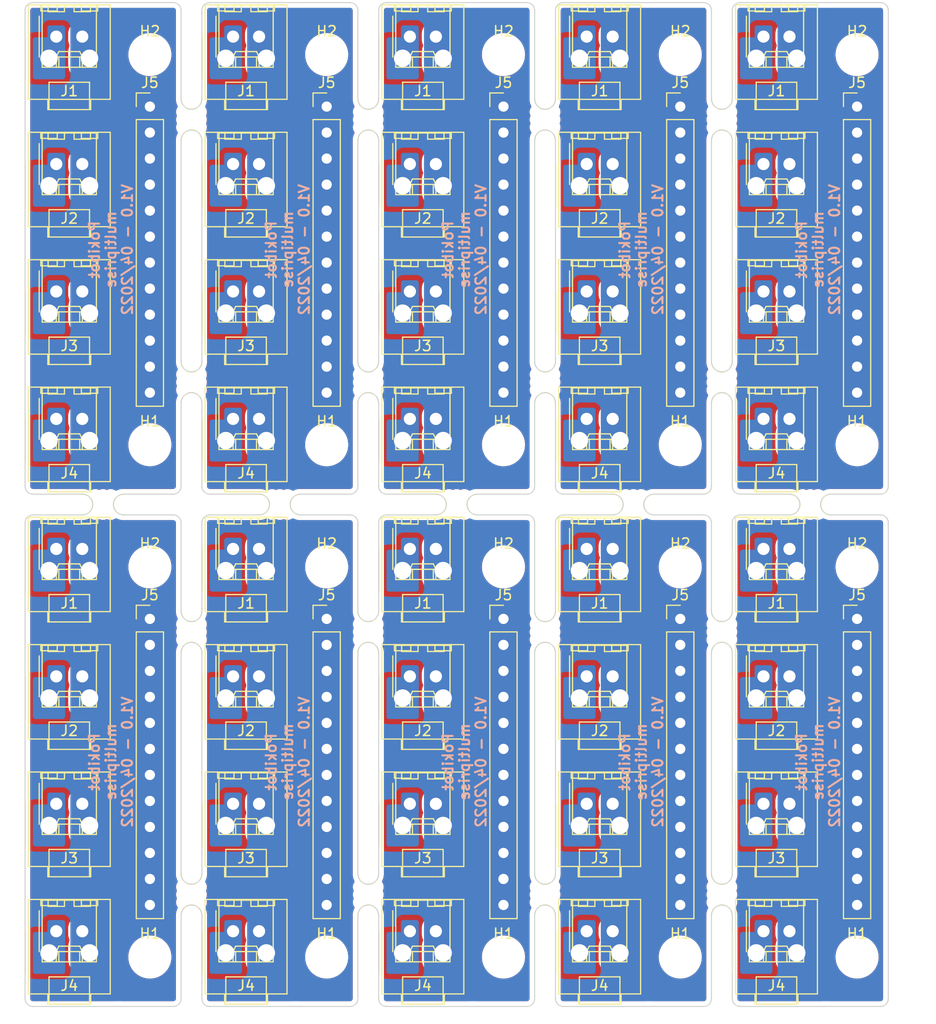
<source format=kicad_pcb>
(kicad_pcb (version 20211014) (generator pcbnew)
  (layers (0 "F.Cu" signal) (31 "B.Cu" signal) (34 "B.Paste" user) (35 "F.Paste" user) (36 "B.SilkS" user "B.Silkscreen") (37 "F.SilkS" user "F.Silkscreen") (38 "B.Mask" user) (39 "F.Mask" user) (44 "Edge.Cuts" user))
  (net 0 "")
  (net 1 "Net-(J1-Pad1)")
  (net 2 "Net-(J1-Pad2)")
  (footprint "MountingHole:MountingHole_3.2mm_M3" (layer "F.Cu") (at 110.49 149.098)
    (fp_text reference "H1" (at 0 -2.286) (layer "F.SilkS"))
    (fp_text value "MountingHole")
    (pad "" np_thru_hole circle (at 0 0) (size 3.2 3.2) (drill 3.2) (layers *.Cu *.Mask))
  )
  (footprint "Connector_Molex:Molex_KK-254_AE-6410-02A_1x02_P2.54mm_Vertical" (layer "F.Cu") (at 153.162 59.202)
    (fp_text reference "J14" hide)
    (fp_text value "Conn_01x02_Male")
    (pad "1" thru_hole roundrect (at 0 0) (size 1.74 2.19) (drill 1.19) (layers *.Cu *.Mask) (roundrect_rratio 0.1436781609) (net 1 "Net-(J1-Pad1)"))
    (pad "2" thru_hole oval (at 2.54 0) (size 1.74 2.19) (drill 1.19) (layers *.Cu *.Mask) (net 2 "Net-(J1-Pad2)"))
  )
  (footprint "Panelization:mouse-bite-2mm-slot" (layer "F.Cu") (at 131.826 117.348 90)
    (fp_text reference "mouse-bite-2mm-slot" hide)
    (fp_text value "VAL**" hide)
    (pad "" np_thru_hole circle locked (at 0.75 -0.75 90) (size 0.5 0.5) (drill 0.5) (layers *.Cu *.Mask))
    (pad "" np_thru_hole circle locked (at 0 0.75 90) (size 0.5 0.5) (drill 0.5) (layers *.Cu *.Mask))
    (pad "" np_thru_hole circle locked (at -0.75 0.75 90) (size 0.5 0.5) (drill 0.5) (layers *.Cu *.Mask))
    (pad "" np_thru_hole circle locked (at -0.75 -0.75 90) (size 0.5 0.5) (drill 0.5) (layers *.Cu *.Mask))
    (pad "" np_thru_hole circle locked (at 0 -0.75 90) (size 0.5 0.5) (drill 0.5) (layers *.Cu *.Mask))
    (pad "" np_thru_hole circle locked (at 0.75 0.75 90) (size 0.5 0.5) (drill 0.5) (layers *.Cu *.Mask))
  )
  (footprint "Connector_Molex:Molex_KK-254_AE-6410-02A_1x02_P2.54mm_Vertical" (layer "F.Cu") (at 118.618 121.686)
    (fp_text reference "J11" hide)
    (fp_text value "Conn_01x02_Male")
    (pad "1" thru_hole roundrect (at 0 0) (size 1.74 2.19) (drill 1.19) (layers *.Cu *.Mask) (roundrect_rratio 0.1436781609) (net 1 "Net-(J1-Pad1)"))
    (pad "2" thru_hole oval (at 2.54 0) (size 1.74 2.19) (drill 1.19) (layers *.Cu *.Mask) (net 2 "Net-(J1-Pad2)"))
  )
  (footprint "Connector_Molex:Molex_KK-254_AE-6410-02A_1x02_P2.54mm_Vertical" (layer "F.Cu") (at 84.074 71.648)
    (fp_text reference "J11" hide)
    (fp_text value "Conn_01x02_Male")
    (pad "1" thru_hole roundrect (at 0 0) (size 1.74 2.19) (drill 1.19) (layers *.Cu *.Mask) (roundrect_rratio 0.1436781609) (net 1 "Net-(J1-Pad1)"))
    (pad "2" thru_hole oval (at 2.54 0) (size 1.74 2.19) (drill 1.19) (layers *.Cu *.Mask) (net 2 "Net-(J1-Pad2)"))
  )
  (footprint "Connector_Molex:Molex_KK-254_AE-6410-02A_1x02_P2.54mm_Vertical" (layer "F.Cu") (at 101.346 59.202)
    (fp_text reference "J14" hide)
    (fp_text value "Conn_01x02_Male")
    (pad "1" thru_hole roundrect (at 0 0) (size 1.74 2.19) (drill 1.19) (layers *.Cu *.Mask) (roundrect_rratio 0.1436781609) (net 1 "Net-(J1-Pad1)"))
    (pad "2" thru_hole oval (at 2.54 0) (size 1.74 2.19) (drill 1.19) (layers *.Cu *.Mask) (net 2 "Net-(J1-Pad2)"))
  )
  (footprint "Connector_Molex:Molex_KK-254_AE-6410-02A_1x02_P2.54mm_Vertical" (layer "F.Cu") (at 84.074 134.132)
    (fp_text reference "J12" hide)
    (fp_text value "Conn_01x02_Male")
    (pad "1" thru_hole roundrect (at 0 0) (size 1.74 2.19) (drill 1.19) (layers *.Cu *.Mask) (roundrect_rratio 0.1436781609) (net 1 "Net-(J1-Pad1)"))
    (pad "2" thru_hole oval (at 2.54 0) (size 1.74 2.19) (drill 1.19) (layers *.Cu *.Mask) (net 2 "Net-(J1-Pad2)"))
  )
  (footprint "Panelization:mouse-bite-2mm-slot" (layer "F.Cu") (at 97.282 117.348 90)
    (fp_text reference "mouse-bite-2mm-slot" hide)
    (fp_text value "VAL**" hide)
    (pad "" np_thru_hole circle locked (at 0.75 -0.75 90) (size 0.5 0.5) (drill 0.5) (layers *.Cu *.Mask))
    (pad "" np_thru_hole circle locked (at 0.75 0.75 90) (size 0.5 0.5) (drill 0.5) (layers *.Cu *.Mask))
    (pad "" np_thru_hole circle locked (at 0 -0.75 90) (size 0.5 0.5) (drill 0.5) (layers *.Cu *.Mask))
    (pad "" np_thru_hole circle locked (at -0.75 -0.75 90) (size 0.5 0.5) (drill 0.5) (layers *.Cu *.Mask))
    (pad "" np_thru_hole circle locked (at 0 0.75 90) (size 0.5 0.5) (drill 0.5) (layers *.Cu *.Mask))
    (pad "" np_thru_hole circle locked (at -0.75 0.75 90) (size 0.5 0.5) (drill 0.5) (layers *.Cu *.Mask))
  )
  (footprint "Connector_Molex:Molex_KK-396_A-41791-0002_1x02_P3.96mm_Vertical" (layer "F.Cu") (at 135.18 61.319)
    (fp_text reference "J1" (at 1.98 3.197) (layer "F.SilkS"))
    (fp_text value "Conn_01x02_Male")
    (pad "1" thru_hole roundrect (at 0 0) (size 3.16 4.1) (drill 1.7) (layers *.Cu *.Mask) (roundrect_rratio 0.07911392405) (net 1 "Net-(J1-Pad1)"))
    (pad "2" thru_hole oval (at 3.96 0) (size 3.16 4.1) (drill 1.7) (layers *.Cu *.Mask) (net 2 "Net-(J1-Pad2)"))
  )
  (footprint "Connector_PinHeader_2.54mm:PinHeader_1x12_P2.54mm_Vertical" (layer "F.Cu") (at 127.762 116.073)
    (fp_text reference "J5" (at 0 -2.33) (layer "F.SilkS"))
    (fp_text value "Conn_01x12_Female")
    (pad "1" thru_hole rect (at 0 0) (size 1.7 1.7) (drill 1) (layers *.Cu *.Mask) (net 2 "Net-(J1-Pad2)"))
    (pad "2" thru_hole oval (at 0 2.54) (size 1.7 1.7) (drill 1) (layers *.Cu *.Mask) (net 2 "Net-(J1-Pad2)"))
    (pad "3" thru_hole oval (at 0 5.08) (size 1.7 1.7) (drill 1) (layers *.Cu *.Mask) (net 2 "Net-(J1-Pad2)"))
    (pad "4" thru_hole oval (at 0 7.62) (size 1.7 1.7) (drill 1) (layers *.Cu *.Mask) (net 2 "Net-(J1-Pad2)"))
    (pad "5" thru_hole oval (at 0 10.16) (size 1.7 1.7) (drill 1) (layers *.Cu *.Mask) (net 2 "Net-(J1-Pad2)"))
    (pad "6" thru_hole oval (at 0 12.7) (size 1.7 1.7) (drill 1) (layers *.Cu *.Mask) (net 2 "Net-(J1-Pad2)"))
    (pad "7" thru_hole oval (at 0 15.24) (size 1.7 1.7) (drill 1) (layers *.Cu *.Mask) (net 2 "Net-(J1-Pad2)"))
    (pad "8" thru_hole oval (at 0 17.78) (size 1.7 1.7) (drill 1) (layers *.Cu *.Mask) (net 2 "Net-(J1-Pad2)"))
    (pad "9" thru_hole oval (at 0 20.32) (size 1.7 1.7) (drill 1) (layers *.Cu *.Mask) (net 2 "Net-(J1-Pad2)"))
    (pad "10" thru_hole oval (at 0 22.86) (size 1.7 1.7) (drill 1) (layers *.Cu *.Mask) (net 2 "Net-(J1-Pad2)"))
    (pad "11" thru_hole oval (at 0 25.4) (size 1.7 1.7) (drill 1) (layers *.Cu *.Mask) (net 2 "Net-(J1-Pad2)"))
    (pad "12" thru_hole oval (at 0 27.94) (size 1.7 1.7) (drill 1) (layers *.Cu *.Mask) (net 2 "Net-(J1-Pad2)"))
  )
  (footprint "Panelization:mouse-bite-2mm-slot" (layer "F.Cu") (at 149.098 67.31 90)
    (fp_text reference "mouse-bite-2mm-slot" hide)
    (fp_text value "VAL**" hide)
    (pad "" np_thru_hole circle locked (at 0.75 0.75 90) (size 0.5 0.5) (drill 0.5) (layers *.Cu *.Mask))
    (pad "" np_thru_hole circle locked (at -0.75 -0.75 90) (size 0.5 0.5) (drill 0.5) (layers *.Cu *.Mask))
    (pad "" np_thru_hole circle locked (at -0.75 0.75 90) (size 0.5 0.5) (drill 0.5) (layers *.Cu *.Mask))
    (pad "" np_thru_hole circle locked (at 0 0.75 90) (size 0.5 0.5) (drill 0.5) (layers *.Cu *.Mask))
    (pad "" np_thru_hole circle locked (at 0.75 -0.75 90) (size 0.5 0.5) (drill 0.5) (layers *.Cu *.Mask))
    (pad "" np_thru_hole circle locked (at 0 -0.75 90) (size 0.5 0.5) (drill 0.5) (layers *.Cu *.Mask))
  )
  (footprint "Connector_Molex:Molex_KK-396_A-41791-0002_1x02_P3.96mm_Vertical" (layer "F.Cu") (at 152.452 73.765)
    (fp_text reference "J2" (at 1.98 3.197) (layer "F.SilkS"))
    (fp_text value "Conn_01x02_Male")
    (pad "1" thru_hole roundrect (at 0 0) (size 3.16 4.1) (drill 1.7) (layers *.Cu *.Mask) (roundrect_rratio 0.07911392405) (net 1 "Net-(J1-Pad1)"))
    (pad "2" thru_hole oval (at 3.96 0) (size 3.16 4.1) (drill 1.7) (layers *.Cu *.Mask) (net 2 "Net-(J1-Pad2)"))
  )
  (footprint "Connector_Molex:Molex_KK-396_A-41791-0002_1x02_P3.96mm_Vertical" (layer "F.Cu") (at 135.18 148.695)
    (fp_text reference "J4" (at 1.98 3.197) (layer "F.SilkS"))
    (fp_text value "Conn_01x02_Male")
    (pad "1" thru_hole roundrect (at 0 0) (size 3.16 4.1) (drill 1.7) (layers *.Cu *.Mask) (roundrect_rratio 0.07911392405) (net 1 "Net-(J1-Pad1)"))
    (pad "2" thru_hole oval (at 3.96 0) (size 3.16 4.1) (drill 1.7) (layers *.Cu *.Mask) (net 2 "Net-(J1-Pad2)"))
  )
  (footprint "Connector_Molex:Molex_KK-254_AE-6410-02A_1x02_P2.54mm_Vertical" (layer "F.Cu") (at 101.346 96.54)
    (fp_text reference "J13" hide)
    (fp_text value "Conn_01x02_Male")
    (pad "1" thru_hole roundrect (at 0 0) (size 1.74 2.19) (drill 1.19) (layers *.Cu *.Mask) (roundrect_rratio 0.1436781609) (net 1 "Net-(J1-Pad1)"))
    (pad "2" thru_hole oval (at 2.54 0) (size 1.74 2.19) (drill 1.19) (layers *.Cu *.Mask) (net 2 "Net-(J1-Pad2)"))
  )
  (footprint "Connector_PinHeader_2.54mm:PinHeader_1x12_P2.54mm_Vertical" (layer "F.Cu") (at 162.306 116.073)
    (fp_text reference "J5" (at 0 -2.33) (layer "F.SilkS"))
    (fp_text value "Conn_01x12_Female")
    (pad "1" thru_hole rect (at 0 0) (size 1.7 1.7) (drill 1) (layers *.Cu *.Mask) (net 2 "Net-(J1-Pad2)"))
    (pad "2" thru_hole oval (at 0 2.54) (size 1.7 1.7) (drill 1) (layers *.Cu *.Mask) (net 2 "Net-(J1-Pad2)"))
    (pad "3" thru_hole oval (at 0 5.08) (size 1.7 1.7) (drill 1) (layers *.Cu *.Mask) (net 2 "Net-(J1-Pad2)"))
    (pad "4" thru_hole oval (at 0 7.62) (size 1.7 1.7) (drill 1) (layers *.Cu *.Mask) (net 2 "Net-(J1-Pad2)"))
    (pad "5" thru_hole oval (at 0 10.16) (size 1.7 1.7) (drill 1) (layers *.Cu *.Mask) (net 2 "Net-(J1-Pad2)"))
    (pad "6" thru_hole oval (at 0 12.7) (size 1.7 1.7) (drill 1) (layers *.Cu *.Mask) (net 2 "Net-(J1-Pad2)"))
    (pad "7" thru_hole oval (at 0 15.24) (size 1.7 1.7) (drill 1) (layers *.Cu *.Mask) (net 2 "Net-(J1-Pad2)"))
    (pad "8" thru_hole oval (at 0 17.78) (size 1.7 1.7) (drill 1) (layers *.Cu *.Mask) (net 2 "Net-(J1-Pad2)"))
    (pad "9" thru_hole oval (at 0 20.32) (size 1.7 1.7) (drill 1) (layers *.Cu *.Mask) (net 2 "Net-(J1-Pad2)"))
    (pad "10" thru_hole oval (at 0 22.86) (size 1.7 1.7) (drill 1) (layers *.Cu *.Mask) (net 2 "Net-(J1-Pad2)"))
    (pad "11" thru_hole oval (at 0 25.4) (size 1.7 1.7) (drill 1) (layers *.Cu *.Mask) (net 2 "Net-(J1-Pad2)"))
    (pad "12" thru_hole oval (at 0 27.94) (size 1.7 1.7) (drill 1) (layers *.Cu *.Mask) (net 2 "Net-(J1-Pad2)"))
  )
  (footprint "Connector_Molex:Molex_KK-254_AE-6410-02A_1x02_P2.54mm_Vertical" (layer "F.Cu") (at 135.89 71.648)
    (fp_text reference "J11" hide)
    (fp_text value "Conn_01x02_Male")
    (pad "1" thru_hole roundrect (at 0 0) (size 1.74 2.19) (drill 1.19) (layers *.Cu *.Mask) (roundrect_rratio 0.1436781609) (net 1 "Net-(J1-Pad1)"))
    (pad "2" thru_hole oval (at 2.54 0) (size 1.74 2.19) (drill 1.19) (layers *.Cu *.Mask) (net 2 "Net-(J1-Pad2)"))
  )
  (footprint "Connector_Molex:Molex_KK-254_AE-6410-02A_1x02_P2.54mm_Vertical" (layer "F.Cu") (at 135.89 109.24)
    (fp_text reference "J14" hide)
    (fp_text value "Conn_01x02_Male")
    (pad "1" thru_hole roundrect (at 0 0) (size 1.74 2.19) (drill 1.19) (layers *.Cu *.Mask) (roundrect_rratio 0.1436781609) (net 1 "Net-(J1-Pad1)"))
    (pad "2" thru_hole oval (at 2.54 0) (size 1.74 2.19) (drill 1.19) (layers *.Cu *.Mask) (net 2 "Net-(J1-Pad2)"))
  )
  (footprint "Connector_Molex:Molex_KK-396_A-41791-0002_1x02_P3.96mm_Vertical" (layer "F.Cu") (at 152.452 148.695)
    (fp_text reference "J4" (at 1.98 3.197) (layer "F.SilkS"))
    (fp_text value "Conn_01x02_Male")
    (pad "1" thru_hole roundrect (at 0 0) (size 3.16 4.1) (drill 1.7) (layers *.Cu *.Mask) (roundrect_rratio 0.07911392405) (net 1 "Net-(J1-Pad1)"))
    (pad "2" thru_hole oval (at 3.96 0) (size 3.16 4.1) (drill 1.7) (layers *.Cu *.Mask) (net 2 "Net-(J1-Pad2)"))
  )
  (footprint "MountingHole:MountingHole_3.2mm_M3" (layer "F.Cu") (at 93.218 149.098)
    (fp_text reference "H1" (at 0 -2.286) (layer "F.SilkS"))
    (fp_text value "MountingHole")
    (pad "" np_thru_hole circle (at 0 0) (size 3.2 3.2) (drill 3.2) (layers *.Cu *.Mask))
  )
  (footprint "Connector_Molex:Molex_KK-396_A-41791-0002_1x02_P3.96mm_Vertical" (layer "F.Cu") (at 83.364 148.695)
    (fp_text reference "J4" (at 1.98 3.197) (layer "F.SilkS"))
    (fp_text value "Conn_01x02_Male")
    (pad "1" thru_hole roundrect (at 0 0) (size 3.16 4.1) (drill 1.7) (layers *.Cu *.Mask) (roundrect_rratio 0.07911392405) (net 1 "Net-(J1-Pad1)"))
    (pad "2" thru_hole oval (at 3.96 0) (size 3.16 4.1) (drill 1.7) (layers *.Cu *.Mask) (net 2 "Net-(J1-Pad2)"))
  )
  (footprint "Connector_Molex:Molex_KK-396_A-41791-0002_1x02_P3.96mm_Vertical" (layer "F.Cu") (at 100.636 98.657)
    (fp_text reference "J4" (at 1.98 3.197) (layer "F.SilkS"))
    (fp_text value "Conn_01x02_Male")
    (pad "1" thru_hole roundrect (at 0 0) (size 3.16 4.1) (drill 1.7) (layers *.Cu *.Mask) (roundrect_rratio 0.07911392405) (net 1 "Net-(J1-Pad1)"))
    (pad "2" thru_hole oval (at 3.96 0) (size 3.16 4.1) (drill 1.7) (layers *.Cu *.Mask) (net 2 "Net-(J1-Pad2)"))
  )
  (footprint "Connector_Molex:Molex_KK-396_A-41791-0002_1x02_P3.96mm_Vertical" (layer "F.Cu") (at 135.18 136.249)
    (fp_text reference "J3" (at 1.98 3.197) (layer "F.SilkS"))
    (fp_text value "Conn_01x02_Male")
    (pad "1" thru_hole roundrect (at 0 0) (size 3.16 4.1) (drill 1.7) (layers *.Cu *.Mask) (roundrect_rratio 0.07911392405) (net 1 "Net-(J1-Pad1)"))
    (pad "2" thru_hole oval (at 3.96 0) (size 3.16 4.1) (drill 1.7) (layers *.Cu *.Mask) (net 2 "Net-(J1-Pad2)"))
  )
  (footprint "Panelization:mouse-bite-2mm-slot" (layer "F.Cu") (at 131.826 92.964 90)
    (fp_text reference "mouse-bite-2mm-slot" hide)
    (fp_text value "VAL**" hide)
    (pad "" np_thru_hole circle locked (at -0.75 -0.75 90) (size 0.5 0.5) (drill 0.5) (layers *.Cu *.Mask))
    (pad "" np_thru_hole circle locked (at 0.75 0.75 90) (size 0.5 0.5) (drill 0.5) (layers *.Cu *.Mask))
    (pad "" np_thru_hole circle locked (at 0.75 -0.75 90) (size 0.5 0.5) (drill 0.5) (layers *.Cu *.Mask))
    (pad "" np_thru_hole circle locked (at 0 -0.75 90) (size 0.5 0.5) (drill 0.5) (layers *.Cu *.Mask))
    (pad "" np_thru_hole circle locked (at -0.75 0.75 90) (size 0.5 0.5) (drill 0.5) (layers *.Cu *.Mask))
    (pad "" np_thru_hole circle locked (at 0 0.75 90) (size 0.5 0.5) (drill 0.5) (layers *.Cu *.Mask))
  )
  (footprint "Panelization:mouse-bite-2mm-slot" (layer "F.Cu") (at 114.554 92.964 90)
    (fp_text reference "mouse-bite-2mm-slot" hide)
    (fp_text value "VAL**" hide)
    (pad "" np_thru_hole circle locked (at 0 -0.75 90) (size 0.5 0.5) (drill 0.5) (layers *.Cu *.Mask))
    (pad "" np_thru_hole circle locked (at -0.75 -0.75 90) (size 0.5 0.5) (drill 0.5) (layers *.Cu *.Mask))
    (pad "" np_thru_hole circle locked (at 0.75 0.75 90) (size 0.5 0.5) (drill 0.5) (layers *.Cu *.Mask))
    (pad "" np_thru_hole circle locked (at 0 0.75 90) (size 0.5 0.5) (drill 0.5) (layers *.Cu *.Mask))
    (pad "" np_thru_hole circle locked (at 0.75 -0.75 90) (size 0.5 0.5) (drill 0.5) (layers *.Cu *.Mask))
    (pad "" np_thru_hole circle locked (at -0.75 0.75 90) (size 0.5 0.5) (drill 0.5) (layers *.Cu *.Mask))
  )
  (footprint "Connector_PinHeader_2.54mm:PinHeader_1x12_P2.54mm_Vertical" (layer "F.Cu") (at 110.49 66.035)
    (fp_text reference "J5" (at 0 -2.33) (layer "F.SilkS"))
    (fp_text value "Conn_01x12_Female")
    (pad "1" thru_hole rect (at 0 0) (size 1.7 1.7) (drill 1) (layers *.Cu *.Mask) (net 2 "Net-(J1-Pad2)"))
    (pad "2" thru_hole oval (at 0 2.54) (size 1.7 1.7) (drill 1) (layers *.Cu *.Mask) (net 2 "Net-(J1-Pad2)"))
    (pad "3" thru_hole oval (at 0 5.08) (size 1.7 1.7) (drill 1) (layers *.Cu *.Mask) (net 2 "Net-(J1-Pad2)"))
    (pad "4" thru_hole oval (at 0 7.62) (size 1.7 1.7) (drill 1) (layers *.Cu *.Mask) (net 2 "Net-(J1-Pad2)"))
    (pad "5" thru_hole oval (at 0 10.16) (size 1.7 1.7) (drill 1) (layers *.Cu *.Mask) (net 2 "Net-(J1-Pad2)"))
    (pad "6" thru_hole oval (at 0 12.7) (size 1.7 1.7) (drill 1) (layers *.Cu *.Mask) (net 2 "Net-(J1-Pad2)"))
    (pad "7" thru_hole oval (at 0 15.24) (size 1.7 1.7) (drill 1) (layers *.Cu *.Mask) (net 2 "Net-(J1-Pad2)"))
    (pad "8" thru_hole oval (at 0 17.78) (size 1.7 1.7) (drill 1) (layers *.Cu *.Mask) (net 2 "Net-(J1-Pad2)"))
    (pad "9" thru_hole oval (at 0 20.32) (size 1.7 1.7) (drill 1) (layers *.Cu *.Mask) (net 2 "Net-(J1-Pad2)"))
    (pad "10" thru_hole oval (at 0 22.86) (size 1.7 1.7) (drill 1) (layers *.Cu *.Mask) (net 2 "Net-(J1-Pad2)"))
    (pad "11" thru_hole oval (at 0 25.4) (size 1.7 1.7) (drill 1) (layers *.Cu *.Mask) (net 2 "Net-(J1-Pad2)"))
    (pad "12" thru_hole oval (at 0 27.94) (size 1.7 1.7) (drill 1) (layers *.Cu *.Mask) (net 2 "Net-(J1-Pad2)"))
  )
  (footprint "Connector_Molex:Molex_KK-254_AE-6410-02A_1x02_P2.54mm_Vertical" (layer "F.Cu") (at 84.074 96.54)
    (fp_text reference "J13" hide)
    (fp_text value "Conn_01x02_Male")
    (pad "1" thru_hole roundrect (at 0 0) (size 1.74 2.19) (drill 1.19) (layers *.Cu *.Mask) (roundrect_rratio 0.1436781609) (net 1 "Net-(J1-Pad1)"))
    (pad "2" thru_hole oval (at 2.54 0) (size 1.74 2.19) (drill 1.19) (layers *.Cu *.Mask) (net 2 "Net-(J1-Pad2)"))
  )
  (footprint "MountingHole:MountingHole_3.2mm_M3" (layer "F.Cu") (at 162.306 110.998)
    (fp_text reference "H2" (at 0 -2.286) (layer "F.SilkS"))
    (fp_text value "MountingHole")
    (pad "" np_thru_hole circle (at 0 0) (size 3.2 3.2) (drill 3.2) (layers *.Cu *.Mask))
  )
  (footprint "Connector_Molex:Molex_KK-254_AE-6410-02A_1x02_P2.54mm_Vertical" (layer "F.Cu") (at 135.89 121.686)
    (fp_text reference "J11" hide)
    (fp_text value "Conn_01x02_Male")
    (pad "1" thru_hole roundrect (at 0 0) (size 1.74 2.19) (drill 1.19) (layers *.Cu *.Mask) (roundrect_rratio 0.1436781609) (net 1 "Net-(J1-Pad1)"))
    (pad "2" thru_hole oval (at 2.54 0) (size 1.74 2.19) (drill 1.19) (layers *.Cu *.Mask) (net 2 "Net-(J1-Pad2)"))
  )
  (footprint "Connector_Molex:Molex_KK-396_A-41791-0002_1x02_P3.96mm_Vertical" (layer "F.Cu") (at 83.364 61.319)
    (fp_text reference "J1" (at 1.98 3.197) (layer "F.SilkS"))
    (fp_text value "Conn_01x02_Male")
    (pad "1" thru_hole roundrect (at 0 0) (size 3.16 4.1) (drill 1.7) (layers *.Cu *.Mask) (roundrect_rratio 0.07911392405) (net 1 "Net-(J1-Pad1)"))
    (pad "2" thru_hole oval (at 3.96 0) (size 3.16 4.1) (drill 1.7) (layers *.Cu *.Mask) (net 2 "Net-(J1-Pad2)"))
  )
  (footprint "MountingHole:MountingHole_3.2mm_M3" (layer "F.Cu") (at 93.218 60.96)
    (fp_text reference "H2" (at 0 -2.286) (layer "F.SilkS"))
    (fp_text value "MountingHole")
    (pad "" np_thru_hole circle (at 0 0) (size 3.2 3.2) (drill 3.2) (layers *.Cu *.Mask))
  )
  (footprint "Connector_Molex:Molex_KK-254_AE-6410-02A_1x02_P2.54mm_Vertical" (layer "F.Cu") (at 101.346 84.094)
    (fp_text reference "J12" hide)
    (fp_text value "Conn_01x02_Male")
    (pad "1" thru_hole roundrect (at 0 0) (size 1.74 2.19) (drill 1.19) (layers *.Cu *.Mask) (roundrect_rratio 0.1436781609) (net 1 "Net-(J1-Pad1)"))
    (pad "2" thru_hole oval (at 2.54 0) (size 1.74 2.19) (drill 1.19) (layers *.Cu *.Mask) (net 2 "Net-(J1-Pad2)"))
  )
  (footprint "Panelization:mouse-bite-2mm-slot" (layer "F.Cu") (at 131.826 67.31 90)
    (fp_text reference "mouse-bite-2mm-slot" hide)
    (fp_text value "VAL**" hide)
    (pad "" np_thru_hole circle locked (at 0 0.75 90) (size 0.5 0.5) (drill 0.5) (layers *.Cu *.Mask))
    (pad "" np_thru_hole circle locked (at 0.75 -0.75 90) (size 0.5 0.5) (drill 0.5) (layers *.Cu *.Mask))
    (pad "" np_thru_hole circle locked (at -0.75 0.75 90) (size 0.5 0.5) (drill 0.5) (layers *.Cu *.Mask))
    (pad "" np_thru_hole circle locked (at 0 -0.75 90) (size 0.5 0.5) (drill 0.5) (layers *.Cu *.Mask))
    (pad "" np_thru_hole circle locked (at -0.75 -0.75 90) (size 0.5 0.5) (drill 0.5) (layers *.Cu *.Mask))
    (pad "" np_thru_hole circle locked (at 0.75 0.75 90) (size 0.5 0.5) (drill 0.5) (layers *.Cu *.Mask))
  )
  (footprint "Connector_Molex:Molex_KK-254_AE-6410-02A_1x02_P2.54mm_Vertical" (layer "F.Cu") (at 118.618 134.132)
    (fp_text reference "J12" hide)
    (fp_text value "Conn_01x02_Male")
    (pad "1" thru_hole roundrect (at 0 0) (size 1.74 2.19) (drill 1.19) (layers *.Cu *.Mask) (roundrect_rratio 0.1436781609) (net 1 "Net-(J1-Pad1)"))
    (pad "2" thru_hole oval (at 2.54 0) (size 1.74 2.19) (drill 1.19) (layers *.Cu *.Mask) (net 2 "Net-(J1-Pad2)"))
  )
  (footprint "Connector_Molex:Molex_KK-254_AE-6410-02A_1x02_P2.54mm_Vertical" (layer "F.Cu") (at 153.162 134.132)
    (fp_text reference "J12" hide)
    (fp_text value "Conn_01x02_Male")
    (pad "1" thru_hole roundrect (at 0 0) (size 1.74 2.19) (drill 1.19) (layers *.Cu *.Mask) (roundrect_rratio 0.1436781609) (net 1 "Net-(J1-Pad1)"))
    (pad "2" thru_hole oval (at 2.54 0) (size 1.74 2.19) (drill 1.19) (layers *.Cu *.Mask) (net 2 "Net-(J1-Pad2)"))
  )
  (footprint "MountingHole:MountingHole_3.2mm_M3" (layer "F.Cu") (at 127.762 60.96)
    (fp_text reference "H2" (at 0 -2.286) (layer "F.SilkS"))
    (fp_text value "MountingHole")
    (pad "" np_thru_hole circle (at 0 0) (size 3.2 3.2) (drill 3.2) (layers *.Cu *.Mask))
  )
  (footprint "Connector_Molex:Molex_KK-254_AE-6410-02A_1x02_P2.54mm_Vertical" (layer "F.Cu") (at 118.618 96.54)
    (fp_text reference "J13" hide)
    (fp_text value "Conn_01x02_Male")
    (pad "1" thru_hole roundrect (at 0 0) (size 1.74 2.19) (drill 1.19) (layers *.Cu *.Mask) (roundrect_rratio 0.1436781609) (net 1 "Net-(J1-Pad1)"))
    (pad "2" thru_hole oval (at 2.54 0) (size 1.74 2.19) (drill 1.19) (layers *.Cu *.Mask) (net 2 "Net-(J1-Pad2)"))
  )
  (footprint "MountingHole:MountingHole_3.2mm_M3" (layer "F.Cu") (at 127.762 110.998)
    (fp_text reference "H2" (at 0 -2.286) (layer "F.SilkS"))
    (fp_text value "MountingHole")
    (pad "" np_thru_hole circle (at 0 0) (size 3.2 3.2) (drill 3.2) (layers *.Cu *.Mask))
  )
  (footprint "MountingHole:MountingHole_3.2mm_M3" (layer "F.Cu") (at 162.306 60.96)
    (fp_text reference "H2" (at 0 -2.286) (layer "F.SilkS"))
    (fp_text value "MountingHole")
    (pad "" np_thru_hole circle (at 0 0) (size 3.2 3.2) (drill 3.2) (layers *.Cu *.Mask))
  )
  (footprint "Connector_Molex:Molex_KK-254_AE-6410-02A_1x02_P2.54mm_Vertical" (layer "F.Cu") (at 135.89 146.578)
    (fp_text reference "J13" hide)
    (fp_text value "Conn_01x02_Male")
    (pad "1" thru_hole roundrect (at 0 0) (size 1.74 2.19) (drill 1.19) (layers *.Cu *.Mask) (roundrect_rratio 0.1436781609) (net 1 "Net-(J1-Pad1)"))
    (pad "2" thru_hole oval (at 2.54 0) (size 1.74 2.19) (drill 1.19) (layers *.Cu *.Mask) (net 2 "Net-(J1-Pad2)"))
  )
  (footprint "MountingHole:MountingHole_3.2mm_M3" (layer "F.Cu") (at 110.49 99.06)
    (fp_text reference "H1" (at 0 -2.286) (layer "F.SilkS"))
    (fp_text value "MountingHole")
    (pad "" np_thru_hole circle (at 0 0) (size 3.2 3.2) (drill 3.2) (layers *.Cu *.Mask))
  )
  (footprint "Connector_Molex:Molex_KK-396_A-41791-0002_1x02_P3.96mm_Vertical" (layer "F.Cu") (at 100.636 111.357)
    (fp_text reference "J1" (at 1.98 3.197) (layer "F.SilkS"))
    (fp_text value "Conn_01x02_Male")
    (pad "1" thru_hole roundrect (at 0 0) (size 3.16 4.1) (drill 1.7) (layers *.Cu *.Mask) (roundrect_rratio 0.07911392405) (net 1 "Net-(J1-Pad1)"))
    (pad "2" thru_hole oval (at 3.96 0) (size 3.16 4.1) (drill 1.7) (layers *.Cu *.Mask) (net 2 "Net-(J1-Pad2)"))
  )
  (footprint "Connector_Molex:Molex_KK-254_AE-6410-02A_1x02_P2.54mm_Vertical" (layer "F.Cu") (at 101.346 134.132)
    (fp_text reference "J12" hide)
    (fp_text value "Conn_01x02_Male")
    (pad "1" thru_hole roundrect (at 0 0) (size 1.74 2.19) (drill 1.19) (layers *.Cu *.Mask) (roundrect_rratio 0.1436781609) (net 1 "Net-(J1-Pad1)"))
    (pad "2" thru_hole oval (at 2.54 0) (size 1.74 2.19) (drill 1.19) (layers *.Cu *.Mask) (net 2 "Net-(J1-Pad2)"))
  )
  (footprint "Connector_Molex:Molex_KK-396_A-41791-0002_1x02_P3.96mm_Vertical" (layer "F.Cu") (at 83.364 111.357)
    (fp_text reference "J1" (at 1.98 3.197) (layer "F.SilkS"))
    (fp_text value "Conn_01x02_Male")
    (pad "1" thru_hole roundrect (at 0 0) (size 3.16 4.1) (drill 1.7) (layers *.Cu *.Mask) (roundrect_rratio 0.07911392405) (net 1 "Net-(J1-Pad1)"))
    (pad "2" thru_hole oval (at 3.96 0) (size 3.16 4.1) (drill 1.7) (layers *.Cu *.Mask) (net 2 "Net-(J1-Pad2)"))
  )
  (footprint "MountingHole:MountingHole_3.2mm_M3" (layer "F.Cu") (at 145.034 149.098)
    (fp_text reference "H1" (at 0 -2.286) (layer "F.SilkS"))
    (fp_text value "MountingHole")
    (pad "" np_thru_hole circle (at 0 0) (size 3.2 3.2) (drill 3.2) (layers *.Cu *.Mask))
  )
  (footprint "Connector_Molex:Molex_KK-254_AE-6410-02A_1x02_P2.54mm_Vertical" (layer "F.Cu") (at 101.346 109.24)
    (fp_text reference "J14" hide)
    (fp_text value "Conn_01x02_Male")
    (pad "1" thru_hole roundrect (at 0 0) (size 1.74 2.19) (drill 1.19) (layers *.Cu *.Mask) (roundrect_rratio 0.1436781609) (net 1 "Net-(J1-Pad1)"))
    (pad "2" thru_hole oval (at 2.54 0) (size 1.74 2.19) (drill 1.19) (layers *.Cu *.Mask) (net 2 "Net-(J1-Pad2)"))
  )
  (footprint "Connector_Molex:Molex_KK-254_AE-6410-02A_1x02_P2.54mm_Vertical" (layer "F.Cu") (at 101.346 146.578)
    (fp_text reference "J13" hide)
    (fp_text value "Conn_01x02_Male")
    (pad "1" thru_hole roundrect (at 0 0) (size 1.74 2.19) (drill 1.19) (layers *.Cu *.Mask) (roundrect_rratio 0.1436781609) (net 1 "Net-(J1-Pad1)"))
    (pad "2" thru_hole oval (at 2.54 0) (size 1.74 2.19) (drill 1.19) (layers *.Cu *.Mask) (net 2 "Net-(J1-Pad2)"))
  )
  (footprint "Connector_Molex:Molex_KK-254_AE-6410-02A_1x02_P2.54mm_Vertical" (layer "F.Cu") (at 84.074 146.578)
    (fp_text reference "J13" hide)
    (fp_text value "Conn_01x02_Male")
    (pad "1" thru_hole roundrect (at 0 0) (size 1.74 2.19) (drill 1.19) (layers *.Cu *.Mask) (roundrect_rratio 0.1436781609) (net 1 "Net-(J1-Pad1)"))
    (pad "2" thru_hole oval (at 2.54 0) (size 1.74 2.19) (drill 1.19) (layers *.Cu *.Mask) (net 2 "Net-(J1-Pad2)"))
  )
  (footprint "Connector_Molex:Molex_KK-254_AE-6410-02A_1x02_P2.54mm_Vertical" (layer "F.Cu") (at 153.162 96.54)
    (fp_text reference "J13" hide)
    (fp_text value "Conn_01x02_Male")
    (pad "1" thru_hole roundrect (at 0 0) (size 1.74 2.19) (drill 1.19) (layers *.Cu *.Mask) (roundrect_rratio 0.1436781609) (net 1 "Net-(J1-Pad1)"))
    (pad "2" thru_hole oval (at 2.54 0) (size 1.74 2.19) (drill 1.19) (layers *.Cu *.Mask) (net 2 "Net-(J1-Pad2)"))
  )
  (footprint "MountingHole:MountingHole_3.2mm_M3" (layer "F.Cu") (at 93.218 99.06)
    (fp_text reference "H1" (at 0 -2.286) (layer "F.SilkS"))
    (fp_text value "MountingHole")
    (pad "" np_thru_hole circle (at 0 0) (size 3.2 3.2) (drill 3.2) (layers *.Cu *.Mask))
  )
  (footprint "Connector_Molex:Molex_KK-254_AE-6410-02A_1x02_P2.54mm_Vertical" (layer "F.Cu") (at 101.346 121.686)
    (fp_text reference "J11" hide)
    (fp_text value "Conn_01x02_Male")
    (pad "1" thru_hole roundrect (at 0 0) (size 1.74 2.19) (drill 1.19) (layers *.Cu *.Mask) (roundrect_rratio 0.1436781609) (net 1 "Net-(J1-Pad1)"))
    (pad "2" thru_hole oval (at 2.54 0) (size 1.74 2.19) (drill 1.19) (layers *.Cu *.Mask) (net 2 "Net-(J1-Pad2)"))
  )
  (footprint "Panelization:mouse-bite-2mm-slot" (layer "F.Cu") (at 123.19 104.902 180)
    (fp_text reference "mouse-bite-2mm-slot" hide)
    (fp_text value "VAL**" hide)
    (pad "" np_thru_hole circle locked (at -0.75 -0.75 180) (size 0.5 0.5) (drill 0.5) (layers *.Cu *.Mask))
    (pad "" np_thru_hole circle locked (at 0.75 -0.75 180) (size 0.5 0.5) (drill 0.5) (layers *.Cu *.Mask))
    (pad "" np_thru_hole circle locked (at 0.75 0.75 180) (size 0.5 0.5) (drill 0.5) (layers *.Cu *.Mask))
    (pad "" np_thru_hole circle locked (at -0.75 0.75 180) (size 0.5 0.5) (drill 0.5) (layers *.Cu *.Mask))
    (pad "" np_thru_hole circle locked (at 0 -0.75 180) (size 0.5 0.5) (drill 0.5) (layers *.Cu *.Mask))
    (pad "" np_thru_hole circle locked (at 0 0.75 180) (size 0.5 0.5) (drill 0.5) (layers *.Cu *.Mask))
  )
  (footprint "Connector_Molex:Molex_KK-396_A-41791-0002_1x02_P3.96mm_Vertical" (layer "F.Cu") (at 83.364 73.765)
    (fp_text reference "J2" (at 1.98 3.197) (layer "F.SilkS"))
    (fp_text value "Conn_01x02_Male")
    (pad "1" thru_hole roundrect (at 0 0) (size 3.16 4.1) (drill 1.7) (layers *.Cu *.Mask) (roundrect_rratio 0.07911392405) (net 1 "Net-(J1-Pad1)"))
    (pad "2" thru_hole oval (at 3.96 0) (size 3.16 4.1) (drill 1.7) (layers *.Cu *.Mask) (net 2 "Net-(J1-Pad2)"))
  )
  (footprint "Connector_Molex:Molex_KK-254_AE-6410-02A_1x02_P2.54mm_Vertical" (layer "F.Cu") (at 153.162 84.094)
    (fp_text reference "J12" hide)
    (fp_text value "Conn_01x02_Male")
    (pad "1" thru_hole roundrect (at 0 0) (size 1.74 2.19) (drill 1.19) (layers *.Cu *.Mask) (roundrect_rratio 0.1436781609) (net 1 "Net-(J1-Pad1)"))
    (pad "2" thru_hole oval (at 2.54 0) (size 1.74 2.19) (drill 1.19) (layers *.Cu *.Mask) (net 2 "Net-(J1-Pad2)"))
  )
  (footprint "Connector_Molex:Molex_KK-396_A-41791-0002_1x02_P3.96mm_Vertical" (layer "F.Cu") (at 100.636 73.765)
    (fp_text reference "J2" (at 1.98 3.197) (layer "F.SilkS"))
    (fp_text value "Conn_01x02_Male")
    (pad "1" thru_hole roundrect (at 0 0) (size 3.16 4.1) (drill 1.7) (layers *.Cu *.Mask) (roundrect_rratio 0.07911392405) (net 1 "Net-(J1-Pad1)"))
    (pad "2" thru_hole oval (at 3.96 0) (size 3.16 4.1) (drill 1.7) (layers *.Cu *.Mask) (net 2 "Net-(J1-Pad2)"))
  )
  (footprint "Connector_Molex:Molex_KK-396_A-41791-0002_1x02_P3.96mm_Vertical" (layer "F.Cu") (at 117.908 148.695)
    (fp_text reference "J4" (at 1.98 3.197) (layer "F.SilkS"))
    (fp_text value "Conn_01x02_Male")
    (pad "1" thru_hole roundrect (at 0 0) (size 3.16 4.1) (drill 1.7) (layers *.Cu *.Mask) (roundrect_rratio 0.07911392405) (net 1 "Net-(J1-Pad1)"))
    (pad "2" thru_hole oval (at 3.96 0) (size 3.16 4.1) (drill 1.7) (layers *.Cu *.Mask) (net 2 "Net-(J1-Pad2)"))
  )
  (footprint "Connector_Molex:Molex_KK-254_AE-6410-02A_1x02_P2.54mm_Vertical" (layer "F.Cu") (at 118.618 109.24)
    (fp_text reference "J14" hide)
    (fp_text value "Conn_01x02_Male")
    (pad "1" thru_hole roundrect (at 0 0) (size 1.74 2.19) (drill 1.19) (layers *.Cu *.Mask) (roundrect_rratio 0.1436781609) (net 1 "Net-(J1-Pad1)"))
    (pad "2" thru_hole oval (at 2.54 0) (size 1.74 2.19) (drill 1.19) (layers *.Cu *.Mask) (net 2 "Net-(J1-Pad2)"))
  )
  (footprint "Panelization:mouse-bite-2mm-slot" (layer "F.Cu") (at 88.646 104.902 180)
    (fp_text reference "mouse-bite-2mm-slot" hide)
    (fp_text value "VAL**" hide)
    (pad "" np_thru_hole circle locked (at 0.75 0.75 180) (size 0.5 0.5) (drill 0.5) (layers *.Cu *.Mask))
    (pad "" np_thru_hole circle locked (at 0 0.75 180) (size 0.5 0.5) (drill 0.5) (layers *.Cu *.Mask))
    (pad "" np_thru_hole circle locked (at -0.75 -0.75 180) (size 0.5 0.5) (drill 0.5) (layers *.Cu *.Mask))
    (pad "" np_thru_hole circle locked (at 0.75 -0.75 180) (size 0.5 0.5) (drill 0.5) (layers *.Cu *.Mask))
    (pad "" np_thru_hole circle locked (at -0.75 0.75 180) (size 0.5 0.5) (drill 0.5) (layers *.Cu *.Mask))
    (pad "" np_thru_hole circle locked (at 0 -0.75 180) (size 0.5 0.5) (drill 0.5) (layers *.Cu *.Mask))
  )
  (footprint "Connector_Molex:Molex_KK-396_A-41791-0002_1x02_P3.96mm_Vertical" (layer "F.Cu") (at 100.636 148.695)
    (fp_text reference "J4" (at 1.98 3.197) (layer "F.SilkS"))
    (fp_text value "Conn_01x02_Male")
    (pad "1" thru_hole roundrect (at 0 0) (size 3.16 4.1) (drill 1.7) (layers *.Cu *.Mask) (roundrect_rratio 0.07911392405) (net 1 "Net-(J1-Pad1)"))
    (pad "2" thru_hole oval (at 3.96 0) (size 3.16 4.1) (drill 1.7) (layers *.Cu *.Mask) (net 2 "Net-(J1-Pad2)"))
  )
  (footprint "Connector_Molex:Molex_KK-396_A-41791-0002_1x02_P3.96mm_Vertical" (layer "F.Cu") (at 117.908 61.319)
    (fp_text reference "J1" (at 1.98 3.197) (layer "F.SilkS"))
    (fp_text value "Conn_01x02_Male")
    (pad "1" thru_hole roundrect (at 0 0) (size 3.16 4.1) (drill 1.7) (layers *.Cu *.Mask) (roundrect_rratio 0.07911392405) (net 1 "Net-(J1-Pad1)"))
    (pad "2" thru_hole oval (at 3.96 0) (size 3.16 4.1) (drill 1.7) (layers *.Cu *.Mask) (net 2 "Net-(J1-Pad2)"))
  )
  (footprint "Panelization:mouse-bite-2mm-slot" (layer "F.Cu") (at 97.282 67.31 90)
    (fp_text reference "mouse-bite-2mm-slot" hide)
    (fp_text value "VAL**" hide)
    (pad "" np_thru_hole circle locked (at -0.75 0.75 90) (size 0.5 0.5) (drill 0.5) (layers *.Cu *.Mask))
    (pad "" np_thru_hole circle locked (at 0.75 -0.75 90) (size 0.5 0.5) (drill 0.5) (layers *.Cu *.Mask))
    (pad "" np_thru_hole circle locked (at 0.75 0.75 90) (size 0.5 0.5) (drill 0.5) (layers *.Cu *.Mask))
    (pad "" np_thru_hole circle locked (at 0 0.75 90) (size 0.5 0.5) (drill 0.5) (layers *.Cu *.Mask))
    (pad "" np_thru_hole circle locked (at 0 -0.75 90) (size 0.5 0.5) (drill 0.5) (layers *.Cu *.Mask))
    (pad "" np_thru_hole circle locked (at -0.75 -0.75 90) (size 0.5 0.5) (drill 0.5) (layers *.Cu *.Mask))
  )
  (footprint "Panelization:mouse-bite-2mm-slot" (layer "F.Cu") (at 149.098 143.002 90)
    (fp_text reference "mouse-bite-2mm-slot" hide)
    (fp_text value "VAL**" hide)
    (pad "" np_thru_hole circle locked (at 0.75 -0.75 90) (size 0.5 0.5) (drill 0.5) (layers *.Cu *.Mask))
    (pad "" np_thru_hole circle locked (at 0 0.75 90) (size 0.5 0.5) (drill 0.5) (layers *.Cu *.Mask))
    (pad "" np_thru_hole circle locked (at 0.75 0.75 90) (size 0.5 0.5) (drill 0.5) (layers *.Cu *.Mask))
    (pad "" np_thru_hole circle locked (at -0.75 0.75 90) (size 0.5 0.5) (drill 0.5) (layers *.Cu *.Mask))
    (pad "" np_thru_hole circle locked (at -0.75 -0.75 90) (size 0.5 0.5) (drill 0.5) (layers *.Cu *.Mask))
    (pad "" np_thru_hole circle locked (at 0 -0.75 90) (size 0.5 0.5) (drill 0.5) (layers *.Cu *.Mask))
  )
  (footprint "Connector_Molex:Molex_KK-396_A-41791-0002_1x02_P3.96mm_Vertical" (layer "F.Cu") (at 100.636 136.249)
    (fp_text reference "J3" (at 1.98 3.197) (layer "F.SilkS"))
    (fp_text value "Conn_01x02_Male")
    (pad "1" thru_hole roundrect (at 0 0) (size 3.16 4.1) (drill 1.7) (layers *.Cu *.Mask) (roundrect_rratio 0.07911392405) (net 1 "Net-(J1-Pad1)"))
    (pad "2" thru_hole oval (at 3.96 0) (size 3.16 4.1) (drill 1.7) (layers *.Cu *.Mask) (net 2 "Net-(J1-Pad2)"))
  )
  (footprint "Connector_Molex:Molex_KK-396_A-41791-0002_1x02_P3.96mm_Vertical" (layer "F.Cu") (at 135.18 86.211)
    (fp_text reference "J3" (at 1.98 3.197) (layer "F.SilkS"))
    (fp_text value "Conn_01x02_Male")
    (pad "1" thru_hole roundrect (at 0 0) (size 3.16 4.1) (drill 1.7) (layers *.Cu *.Mask) (roundrect_rratio 0.07911392405) (net 1 "Net-(J1-Pad1)"))
    (pad "2" thru_hole oval (at 3.96 0) (size 3.16 4.1) (drill 1.7) (layers *.Cu *.Mask) (net 2 "Net-(J1-Pad2)"))
  )
  (footprint "Connector_Molex:Molex_KK-396_A-41791-0002_1x02_P3.96mm_Vertical" (layer "F.Cu") (at 152.452 111.357)
    (fp_text reference "J1" (at 1.98 3.197) (layer "F.SilkS"))
    (fp_text value "Conn_01x02_Male")
    (pad "1" thru_hole roundrect (at 0 0) (size 3.16 4.1) (drill 1.7) (layers *.Cu *.Mask) (roundrect_rratio 0.07911392405) (net 1 "Net-(J1-Pad1)"))
    (pad "2" thru_hole oval (at 3.96 0) (size 3.16 4.1) (drill 1.7) (layers *.Cu *.Mask) (net 2 "Net-(J1-Pad2)"))
  )
  (footprint "Connector_PinHeader_2.54mm:PinHeader_1x12_P2.54mm_Vertical" (layer "F.Cu") (at 145.034 116.073)
    (fp_text reference "J5" (at 0 -2.33) (layer "F.SilkS"))
    (fp_text value "Conn_01x12_Female")
    (pad "1" thru_hole rect (at 0 0) (size 1.7 1.7) (drill 1) (layers *.Cu *.Mask) (net 2 "Net-(J1-Pad2)"))
    (pad "2" thru_hole oval (at 0 2.54) (size 1.7 1.7) (drill 1) (layers *.Cu *.Mask) (net 2 "Net-(J1-Pad2)"))
    (pad "3" thru_hole oval (at 0 5.08) (size 1.7 1.7) (drill 1) (layers *.Cu *.Mask) (net 2 "Net-(J1-Pad2)"))
    (pad "4" thru_hole oval (at 0 7.62) (size 1.7 1.7) (drill 1) (layers *.Cu *.Mask) (net 2 "Net-(J1-Pad2)"))
    (pad "5" thru_hole oval (at 0 10.16) (size 1.7 1.7) (drill 1) (layers *.Cu *.Mask) (net 2 "Net-(J1-Pad2)"))
    (pad "6" thru_hole oval (at 0 12.7) (size 1.7 1.7) (drill 1) (layers *.Cu *.Mask) (net 2 "Net-(J1-Pad2)"))
    (pad "7" thru_hole oval (at 0 15.24) (size 1.7 1.7) (drill 1) (layers *.Cu *.Mask) (net 2 "Net-(J1-Pad2)"))
    (pad "8" thru_hole oval (at 0 17.78) (size 1.7 1.7) (drill 1) (layers *.Cu *.Mask) (net 2 "Net-(J1-Pad2)"))
    (pad "9" thru_hole oval (at 0 20.32) (size 1.7 1.7) (drill 1) (layers *.Cu *.Mask) (net 2 "Net-(J1-Pad2)"))
    (pad "10" thru_hole oval (at 0 22.86) (size 1.7 1.7) (drill 1) (layers *.Cu *.Mask) (net 2 "Net-(J1-Pad2)"))
    (pad "11" thru_hole oval (at 0 25.4) (size 1.7 1.7) (drill 1) (layers *.Cu *.Mask) (net 2 "Net-(J1-Pad2)"))
    (pad "12" thru_hole oval (at 0 27.94) (size 1.7 1.7) (drill 1) (layers *.Cu *.Mask) (net 2 "Net-(J1-Pad2)"))
  )
  (footprint "Connector_Molex:Molex_KK-396_A-41791-0002_1x02_P3.96mm_Vertical" (layer "F.Cu") (at 152.452 86.211)
    (fp_text reference "J3" (at 1.98 3.197) (layer "F.SilkS"))
    (fp_text value "Conn_01x02_Male")
    (pad "1" thru_hole roundrect (at 0 0) (size 3.16 4.1) (drill 1.7) (layers *.Cu *.Mask) (roundrect_rratio 0.07911392405) (net 1 "Net-(J1-Pad1)"))
    (pad "2" thru_hole oval (at 3.96 0) (size 3.16 4.1) (drill 1.7) (layers *.Cu *.Mask) (net 2 "Net-(J1-Pad2)"))
  )
  (footprint "MountingHole:MountingHole_3.2mm_M3" (layer "F.Cu") (at 162.306 149.098)
    (fp_text reference "H1" (at 0 -2.286) (layer "F.SilkS"))
    (fp_text value "MountingHole")
    (pad "" np_thru_hole circle (at 0 0) (size 3.2 3.2) (drill 3.2) (layers *.Cu *.Mask))
  )
  (footprint "Connector_PinHeader_2.54mm:PinHeader_1x12_P2.54mm_Vertical" (layer "F.Cu") (at 145.034 66.035)
    (fp_text reference "J5" (at 0 -2.33) (layer "F.SilkS"))
    (fp_text value "Conn_01x12_Female")
    (pad "1" thru_hole rect (at 0 0) (size 1.7 1.7) (drill 1) (layers *.Cu *.Mask) (net 2 "Net-(J1-Pad2)"))
    (pad "2" thru_hole oval (at 0 2.54) (size 1.7 1.7) (drill 1) (layers *.Cu *.Mask) (net 2 "Net-(J1-Pad2)"))
    (pad "3" thru_hole oval (at 0 5.08) (size 1.7 1.7) (drill 1) (layers *.Cu *.Mask) (net 2 "Net-(J1-Pad2)"))
    (pad "4" thru_hole oval (at 0 7.62) (size 1.7 1.7) (drill 1) (layers *.Cu *.Mask) (net 2 "Net-(J1-Pad2)"))
    (pad "5" thru_hole oval (at 0 10.16) (size 1.7 1.7) (drill 1) (layers *.Cu *.Mask) (net 2 "Net-(J1-Pad2)"))
    (pad "6" thru_hole oval (at 0 12.7) (size 1.7 1.7) (drill 1) (layers *.Cu *.Mask) (net 2 "Net-(J1-Pad2)"))
    (pad "7" thru_hole oval (at 0 15.24) (size 1.7 1.7) (drill 1) (layers *.Cu *.Mask) (net 2 "Net-(J1-Pad2)"))
    (pad "8" thru_hole oval (at 0 17.78) (size 1.7 1.7) (drill 1) (layers *.Cu *.Mask) (net 2 "Net-(J1-Pad2)"))
    (pad "9" thru_hole oval (at 0 20.32) (size 1.7 1.7) (drill 1) (layers *.Cu *.Mask) (net 2 "Net-(J1-Pad2)"))
    (pad "10" thru_hole oval (at 0 22.86) (size 1.7 1.7) (drill 1) (layers *.Cu *.Mask) (net 2 "Net-(J1-Pad2)"))
    (pad "11" thru_hole oval (at 0 25.4) (size 1.7 1.7) (drill 1) (layers *.Cu *.Mask) (net 2 "Net-(J1-Pad2)"))
    (pad "12" thru_hole oval (at 0 27.94) (size 1.7 1.7) (drill 1) (layers *.Cu *.Mask) (net 2 "Net-(J1-Pad2)"))
  )
  (footprint "Connector_Molex:Molex_KK-396_A-41791-0002_1x02_P3.96mm_Vertical" (layer "F.Cu") (at 117.908 123.803)
    (fp_text reference "J2" (at 1.98 3.197) (layer "F.SilkS"))
    (fp_text value "Conn_01x02_Male")
    (pad "1" thru_hole roundrect (at 0 0) (size 3.16 4.1) (drill 1.7) (layers *.Cu *.Mask) (roundrect_rratio 0.07911392405) (net 1 "Net-(J1-Pad1)"))
    (pad "2" thru_hole oval (at 3.96 0) (size 3.16 4.1) (drill 1.7) (layers *.Cu *.Mask) (net 2 "Net-(J1-Pad2)"))
  )
  (footprint "Connector_Molex:Molex_KK-396_A-41791-0002_1x02_P3.96mm_Vertical" (layer "F.Cu") (at 83.364 86.211)
    (fp_text reference "J3" (at 1.98 3.197) (layer "F.SilkS"))
    (fp_text value "Conn_01x02_Male")
    (pad "1" thru_hole roundrect (at 0 0) (size 3.16 4.1) (drill 1.7) (layers *.Cu *.Mask) (roundrect_rratio 0.07911392405) (net 1 "Net-(J1-Pad1)"))
    (pad "2" thru_hole oval (at 3.96 0) (size 3.16 4.1) (drill 1.7) (layers *.Cu *.Mask) (net 2 "Net-(J1-Pad2)"))
  )
  (footprint "Connector_Molex:Molex_KK-396_A-41791-0002_1x02_P3.96mm_Vertical" (layer "F.Cu") (at 152.452 98.657)
    (fp_text reference "J4" (at 1.98 3.197) (layer "F.SilkS"))
    (fp_text value "Conn_01x02_Male")
    (pad "1" thru_hole roundrect (at 0 0) (size 3.16 4.1) (drill 1.7) (layers *.Cu *.Mask) (roundrect_rratio 0.07911392405) (net 1 "Net-(J1-Pad1)"))
    (pad "2" thru_hole oval (at 3.96 0) (size 3.16 4.1) (drill 1.7) (layers *.Cu *.Mask) (net 2 "Net-(J1-Pad2)"))
  )
  (footprint "Panelization:mouse-bite-2mm-slot" (layer "F.Cu") (at 97.282 143.002 90)
    (fp_text reference "mouse-bite-2mm-slot" hide)
    (fp_text value "VAL**" hide)
    (pad "" np_thru_hole circle locked (at -0.75 0.75 90) (size 0.5 0.5) (drill 0.5) (layers *.Cu *.Mask))
    (pad "" np_thru_hole circle locked (at -0.75 -0.75 90) (size 0.5 0.5) (drill 0.5) (layers *.Cu *.Mask))
    (pad "" np_thru_hole circle locked (at 0.75 -0.75 90) (size 0.5 0.5) (drill 0.5) (layers *.Cu *.Mask))
    (pad "" np_thru_hole circle locked (at 0.75 0.75 90) (size 0.5 0.5) (drill 0.5) (layers *.Cu *.Mask))
    (pad "" np_thru_hole circle locked (at 0 0.75 90) (size 0.5 0.5) (drill 0.5) (layers *.Cu *.Mask))
    (pad "" np_thru_hole circle locked (at 0 -0.75 90) (size 0.5 0.5) (drill 0.5) (layers *.Cu *.Mask))
  )
  (footprint "Connector_Molex:Molex_KK-396_A-41791-0002_1x02_P3.96mm_Vertical" (layer "F.Cu") (at 135.18 111.357)
    (fp_text reference "J1" (at 1.98 3.197) (layer "F.SilkS"))
    (fp_text value "Conn_01x02_Male")
    (pad "1" thru_hole roundrect (at 0 0) (size 3.16 4.1) (drill 1.7) (layers *.Cu *.Mask) (roundrect_rratio 0.07911392405) (net 1 "Net-(J1-Pad1)"))
    (pad "2" thru_hole oval (at 3.96 0) (size 3.16 4.1) (drill 1.7) (layers *.Cu *.Mask) (net 2 "Net-(J1-Pad2)"))
  )
  (footprint "Connector_Molex:Molex_KK-396_A-41791-0002_1x02_P3.96mm_Vertical" (layer "F.Cu") (at 100.636 86.211)
    (fp_text reference "J3" (at 1.98 3.197) (layer "F.SilkS"))
    (fp_text value "Conn_01x02_Male")
    (pad "1" thru_hole roundrect (at 0 0) (size 3.16 4.1) (drill 1.7) (layers *.Cu *.Mask) (roundrect_rratio 0.07911392405) (net 1 "Net-(J1-Pad1)"))
    (pad "2" thru_hole oval (at 3.96 0) (size 3.16 4.1) (drill 1.7) (layers *.Cu *.Mask) (net 2 "Net-(J1-Pad2)"))
  )
  (footprint "Connector_Molex:Molex_KK-254_AE-6410-02A_1x02_P2.54mm_Vertical" (layer "F.Cu") (at 135.89 59.202)
    (fp_text reference "J14" hide)
    (fp_text value "Conn_01x02_Male")
    (pad "1" thru_hole roundrect (at 0 0) (size 1.74 2.19) (drill 1.19) (layers *.Cu *.Mask) (roundrect_rratio 0.1436781609) (net 1 "Net-(J1-Pad1)"))
    (pad "2" thru_hole oval (at 2.54 0) (size 1.74 2.19) (drill 1.19) (layers *.Cu *.Mask) (net 2 "Net-(J1-Pad2)"))
  )
  (footprint "Connector_Molex:Molex_KK-254_AE-6410-02A_1x02_P2.54mm_Vertical" (layer "F.Cu") (at 101.346 71.648)
    (fp_text reference "J11" hide)
    (fp_text value "Conn_01x02_Male")
    (pad "1" thru_hole roundrect (at 0 0) (size 1.74 2.19) (drill 1.19) (layers *.Cu *.Mask) (roundrect_rratio 0.1436781609) (net 1 "Net-(J1-Pad1)"))
    (pad "2" thru_hole oval (at 2.54 0) (size 1.74 2.19) (drill 1.19) (layers *.Cu *.Mask) (net 2 "Net-(J1-Pad2)"))
  )
  (footprint "Connector_Molex:Molex_KK-396_A-41791-0002_1x02_P3.96mm_Vertical" (layer "F.Cu") (at 152.452 61.319)
    (fp_text reference "J1" (at 1.98 3.197) (layer "F.SilkS"))
    (fp_text value "Conn_01x02_Male")
    (pad "1" thru_hole roundrect (at 0 0) (size 3.16 4.1) (drill 1.7) (layers *.Cu *.Mask) (roundrect_rratio 0.07911392405) (net 1 "Net-(J1-Pad1)"))
    (pad "2" thru_hole oval (at 3.96 0) (size 3.16 4.1) (drill 1.7) (layers *.Cu *.Mask) (net 2 "Net-(J1-Pad2)"))
  )
  (footprint "Panelization:mouse-bite-2mm-slot" (layer "F.Cu") (at 114.554 143.002 90)
    (fp_text reference "mouse-bite-2mm-slot" hide)
    (fp_text value "VAL**" hide)
    (pad "" np_thru_hole circle locked (at 0 0.75 90) (size 0.5 0.5) (drill 0.5) (layers *.Cu *.Mask))
    (pad "" np_thru_hole circle locked (at 0.75 -0.75 90) (size 0.5 0.5) (drill 0.5) (layers *.Cu *.Mask))
    (pad "" np_thru_hole circle locked (at -0.75 -0.75 90) (size 0.5 0.5) (drill 0.5) (layers *.Cu *.Mask))
    (pad "" np_thru_hole circle locked (at 0 -0.75 90) (size 0.5 0.5) (drill 0.5) (layers *.Cu *.Mask))
    (pad "" np_thru_hole circle locked (at 0.75 0.75 90) (size 0.5 0.5) (drill 0.5) (layers *.Cu *.Mask))
    (pad "" np_thru_hole circle locked (at -0.75 0.75 90) (size 0.5 0.5) (drill 0.5) (layers *.Cu *.Mask))
  )
  (footprint "Connector_Molex:Molex_KK-396_A-41791-0002_1x02_P3.96mm_Vertical" (layer "F.Cu") (at 83.364 123.803)
    (fp_text reference "J2" (at 1.98 3.197) (layer "F.SilkS"))
    (fp_text value "Conn_01x02_Male")
    (pad "1" thru_hole roundrect (at 0 0) (size 3.16 4.1) (drill 1.7) (layers *.Cu *.Mask) (roundrect_rratio 0.07911392405) (net 1 "Net-(J1-Pad1)"))
    (pad "2" thru_hole oval (at 3.96 0) (size 3.16 4.1) (drill 1.7) (layers *.Cu *.Mask) (net 2 "Net-(J1-Pad2)"))
  )
  (footprint "Connector_Molex:Molex_KK-396_A-41791-0002_1x02_P3.96mm_Vertical" (layer "F.Cu") (at 117.908 111.357)
    (fp_text reference "J1" (at 1.98 3.197) (layer "F.SilkS"))
    (fp_text value "Conn_01x02_Male")
    (pad "1" thru_hole roundrect (at 0 0) (size 3.16 4.1) (drill 1.7) (layers *.Cu *.Mask) (roundrect_rratio 0.07911392405) (net 1 "Net-(J1-Pad1)"))
    (pad "2" thru_hole oval (at 3.96 0) (size 3.16 4.1) (drill 1.7) (layers *.Cu *.Mask) (net 2 "Net-(J1-Pad2)"))
  )
  (footprint "Connector_Molex:Molex_KK-254_AE-6410-02A_1x02_P2.54mm_Vertical" (layer "F.Cu") (at 118.618 146.578)
    (fp_text reference "J13" hide)
    (fp_text value "Conn_01x02_Male")
    (pad "1" thru_hole roundrect (at 0 0) (size 1.74 2.19) (drill 1.19) (layers *.Cu *.Mask) (roundrect_rratio 0.1436781609) (net 1 "Net-(J1-Pad1)"))
    (pad "2" thru_hole oval (at 2.54 0) (size 1.74 2.19) (drill 1.19) (layers *.Cu *.Mask) (net 2 "Net-(J1-Pad2)"))
  )
  (footprint "MountingHole:MountingHole_3.2mm_M3" (layer "F.Cu") (at 145.034 110.998)
    (fp_text reference "H2" (at 0 -2.286) (layer "F.SilkS"))
    (fp_text value "MountingHole")
    (pad "" np_thru_hole circle (at 0 0) (size 3.2 3.2) (drill 3.2) (layers *.Cu *.Mask))
  )
  (footprint "Connector_Molex:Molex_KK-396_A-41791-0002_1x02_P3.96mm_Vertical" (layer "F.Cu") (at 100.636 61.319)
    (fp_text reference "J1" (at 1.98 3.197) (layer "F.SilkS"))
    (fp_text value "Conn_01x02_Male")
    (pad "1" thru_hole roundrect (at 0 0) (size 3.16 4.1) (drill 1.7) (layers *.Cu *.Mask) (roundrect_rratio 0.07911392405) (net 1 "Net-(J1-Pad1)"))
    (pad "2" thru_hole oval (at 3.96 0) (size 3.16 4.1) (drill 1.7) (layers *.Cu *.Mask) (net 2 "Net-(J1-Pad2)"))
  )
  (footprint "Connector_Molex:Molex_KK-254_AE-6410-02A_1x02_P2.54mm_Vertical" (layer "F.Cu") (at 153.162 146.578)
    (fp_text reference "J13" hide)
    (fp_text value "Conn_01x02_Male")
    (pad "1" thru_hole roundrect (at 0 0) (size 1.74 2.19) (drill 1.19) (layers *.Cu *.Mask) (roundrect_rratio 0.1436781609) (net 1 "Net-(J1-Pad1)"))
    (pad "2" thru_hole oval (at 2.54 0) (size 1.74 2.19) (drill 1.19) (layers *.Cu *.Mask) (net 2 "Net-(J1-Pad2)"))
  )
  (footprint "Panelization:mouse-bite-2mm-slot" (layer "F.Cu") (at 114.554 117.348 90)
    (fp_text reference "mouse-bite-2mm-slot" hide)
    (fp_text value "VAL**" hide)
    (pad "" np_thru_hole circle locked (at 0 -0.75 90) (size 0.5 0.5) (drill 0.5) (layers *.Cu *.Mask))
    (pad "" np_thru_hole circle locked (at -0.75 -0.75 90) (size 0.5 0.5) (drill 0.5) (layers *.Cu *.Mask))
    (pad "" np_thru_hole circle locked (at -0.75 0.75 90) (size 0.5 0.5) (drill 0.5) (layers *.Cu *.Mask))
    (pad "" np_thru_hole circle locked (at 0.75 -0.75 90) (size 0.5 0.5) (drill 0.5) (layers *.Cu *.Mask))
    (pad "" np_thru_hole circle locked (at 0.75 0.75 90) (size 0.5 0.5) (drill 0.5) (layers *.Cu *.Mask))
    (pad "" np_thru_hole circle locked (at 0 0.75 90) (size 0.5 0.5) (drill 0.5) (layers *.Cu *.Mask))
  )
  (footprint "Connector_Molex:Molex_KK-254_AE-6410-02A_1x02_P2.54mm_Vertical" (layer "F.Cu") (at 153.162 109.24)
    (fp_text reference "J14" hide)
    (fp_text value "Conn_01x02_Male")
    (pad "1" thru_hole roundrect (at 0 0) (size 1.74 2.19) (drill 1.19) (layers *.Cu *.Mask) (roundrect_rratio 0.1436781609) (net 1 "Net-(J1-Pad1)"))
    (pad "2" thru_hole oval (at 2.54 0) (size 1.74 2.19) (drill 1.19) (layers *.Cu *.Mask) (net 2 "Net-(J1-Pad2)"))
  )
  (footprint "MountingHole:MountingHole_3.2mm_M3" (layer "F.Cu") (at 127.762 149.098)
    (fp_text reference "H1" (at 0 -2.286) (layer "F.SilkS"))
    (fp_text value "MountingHole")
    (pad "" np_thru_hole circle (at 0 0) (size 3.2 3.2) (drill 3.2) (layers *.Cu *.Mask))
  )
  (footprint "Connector_Molex:Molex_KK-254_AE-6410-02A_1x02_P2.54mm_Vertical" (layer "F.Cu") (at 135.89 134.132)
    (fp_text reference "J12" hide)
    (fp_text value "Conn_01x02_Male")
    (pad "1" thru_hole roundrect (at 0 0) (size 1.74 2.19) (drill 1.19) (layers *.Cu *.Mask) (roundrect_rratio 0.1436781609) (net 1 "Net-(J1-Pad1)"))
    (pad "2" thru_hole oval (at 2.54 0) (size 1.74 2.19) (drill 1.19) (layers *.Cu *.Mask) (net 2 "Net-(J1-Pad2)"))
  )
  (footprint "Connector_Molex:Molex_KK-254_AE-6410-02A_1x02_P2.54mm_Vertical" (layer "F.Cu") (at 84.074 59.202)
    (fp_text reference "J14" hide)
    (fp_text value "Conn_01x02_Male")
    (pad "1" thru_hole roundrect (at 0 0) (size 1.74 2.19) (drill 1.19) (layers *.Cu *.Mask) (roundrect_rratio 0.1436781609) (net 1 "Net-(J1-Pad1)"))
    (pad "2" thru_hole oval (at 2.54 0) (size 1.74 2.19) (drill 1.19) (layers *.Cu *.Mask) (net 2 "Net-(J1-Pad2)"))
  )
  (footprint "Connector_Molex:Molex_KK-254_AE-6410-02A_1x02_P2.54mm_Vertical" (layer "F.Cu") (at 135.89 84.094)
    (fp_text reference "J12" hide)
    (fp_text value "Conn_01x02_Male")
    (pad "1" thru_hole roundrect (at 0 0) (size 1.74 2.19) (drill 1.19) (layers *.Cu *.Mask) (roundrect_rratio 0.1436781609) (net 1 "Net-(J1-Pad1)"))
    (pad "2" thru_hole oval (at 2.54 0) (size 1.74 2.19) (drill 1.19) (layers *.Cu *.Mask) (net 2 "Net-(J1-Pad2)"))
  )
  (footprint "Panelization:mouse-bite-2mm-slot" (layer "F.Cu") (at 105.918 104.902 180)
    (fp_text reference "mouse-bite-2mm-slot" hide)
    (fp_text value "VAL**" hide)
    (pad "" np_thru_hole circle locked (at 0 -0.75 180) (size 0.5 0.5) (drill 0.5) (layers *.Cu *.Mask))
    (pad "" np_thru_hole circle locked (at -0.75 0.75 180) (size 0.5 0.5) (drill 0.5) (layers *.Cu *.Mask))
    (pad "" np_thru_hole circle locked (at 0.75 0.75 180) (size 0.5 0.5) (drill 0.5) (layers *.Cu *.Mask))
    (pad "" np_thru_hole circle locked (at 0 0.75 180) (size 0.5 0.5) (drill 0.5) (layers *.Cu *.Mask))
    (pad "" np_thru_hole circle locked (at 0.75 -0.75 180) (size 0.5 0.5) (drill 0.5) (layers *.Cu *.Mask))
    (pad "" np_thru_hole circle locked (at -0.75 -0.75 180) (size 0.5 0.5) (drill 0.5) (layers *.Cu *.Mask))
  )
  (footprint "Connector_Molex:Molex_KK-396_A-41791-0002_1x02_P3.96mm_Vertical" (layer "F.Cu") (at 135.18 98.657)
    (fp_text reference "J4" (at 1.98 3.197) (layer "F.SilkS"))
    (fp_text value "Conn_01x02_Male")
    (pad "1" thru_hole roundrect (at 0 0) (size 3.16 4.1) (drill 1.7) (layers *.Cu *.Mask) (roundrect_rratio 0.07911392405) (net 1 "Net-(J1-Pad1)"))
    (pad "2" thru_hole oval (at 3.96 0) (size 3.16 4.1) (drill 1.7) (layers *.Cu *.Mask) (net 2 "Net-(J1-Pad2)"))
  )
  (footprint "Connector_Molex:Molex_KK-396_A-41791-0002_1x02_P3.96mm_Vertical" (layer "F.Cu") (at 100.636 123.803)
    (fp_text reference "J2" (at 1.98 3.197) (layer "F.SilkS"))
    (fp_text value "Conn_01x02_Male")
    (pad "1" thru_hole roundrect (at 0 0) (size 3.16 4.1) (drill 1.7) (layers *.Cu *.Mask) (roundrect_rratio 0.07911392405) (net 1 "Net-(J1-Pad1)"))
    (pad "2" thru_hole oval (at 3.96 0) (size 3.16 4.1) (drill 1.7) (layers *.Cu *.Mask) (net 2 "Net-(J1-Pad2)"))
  )
  (footprint "Connector_Molex:Molex_KK-254_AE-6410-02A_1x02_P2.54mm_Vertical" (layer "F.Cu") (at 118.618 84.094)
    (fp_text reference "J12" hide)
    (fp_text value "Conn_01x02_Male")
    (pad "1" thru_hole roundrect (at 0 0) (size 1.74 2.19) (drill 1.19) (layers *.Cu *.Mask) (roundrect_rratio 0.1436781609) (net 1 "Net-(J1-Pad1)"))
    (pad "2" thru_hole oval (at 2.54 0) (size 1.74 2.19) (drill 1.19) (layers *.Cu *.Mask) (net 2 "Net-(J1-Pad2)"))
  )
  (footprint "Connector_Molex:Molex_KK-254_AE-6410-02A_1x02_P2.54mm_Vertical" (layer "F.Cu") (at 84.074 84.094)
    (fp_text reference "J12" hide)
    (fp_text value "Conn_01x02_Male")
    (pad "1" thru_hole roundrect (at 0 0) (size 1.74 2.19) (drill 1.19) (layers *.Cu *.Mask) (roundrect_rratio 0.1436781609) (net 1 "Net-(J1-Pad1)"))
    (pad "2" thru_hole oval (at 2.54 0) (size 1.74 2.19) (drill 1.19) (layers *.Cu *.Mask) (net 2 "Net-(J1-Pad2)"))
  )
  (footprint "Connector_Molex:Molex_KK-254_AE-6410-02A_1x02_P2.54mm_Vertical" (layer "F.Cu") (at 118.618 59.202)
    (fp_text reference "J14" hide)
    (fp_text value "Conn_01x02_Male")
    (pad "1" thru_hole roundrect (at 0 0) (size 1.74 2.19) (drill 1.19) (layers *.Cu *.Mask) (roundrect_rratio 0.1436781609) (net 1 "Net-(J1-Pad1)"))
    (pad "2" thru_hole oval (at 2.54 0) (size 1.74 2.19) (drill 1.19) (layers *.Cu *.Mask) (net 2 "Net-(J1-Pad2)"))
  )
  (footprint "Connector_Molex:Molex_KK-396_A-41791-0002_1x02_P3.96mm_Vertical" (layer "F.Cu") (at 83.364 136.249)
    (fp_text reference "J3" (at 1.98 3.197) (layer "F.SilkS"))
    (fp_text value "Conn_01x02_Male")
    (pad "1" thru_hole roundrect (at 0 0) (size 3.16 4.1) (drill 1.7) (layers *.Cu *.Mask) (roundrect_rratio 0.07911392405) (net 1 "Net-(J1-Pad1)"))
    (pad "2" thru_hole oval (at 3.96 0) (size 3.16 4.1) (drill 1.7) (layers *.Cu *.Mask) (net 2 "Net-(J1-Pad2)"))
  )
  (footprint "Connector_Molex:Molex_KK-396_A-41791-0002_1x02_P3.96mm_Vertical" (layer "F.Cu") (at 152.452 136.249)
    (fp_text reference "J3" (at 1.98 3.197) (layer "F.SilkS"))
    (fp_text value "Conn_01x02_Male")
    (pad "1" thru_hole roundrect (at 0 0) (size 3.16 4.1) (drill 1.7) (layers *.Cu *.Mask) (roundrect_rratio 0.07911392405) (net 1 "Net-(J1-Pad1)"))
    (pad "2" thru_hole oval (at 3.96 0) (size 3.16 4.1) (drill 1.7) (layers *.Cu *.Mask) (net 2 "Net-(J1-Pad2)"))
  )
  (footprint "Connector_Molex:Molex_KK-254_AE-6410-02A_1x02_P2.54mm_Vertical" (layer "F.Cu") (at 135.89 96.54)
    (fp_text reference "J13" hide)
    (fp_text value "Conn_01x02_Male")
    (pad "1" thru_hole roundrect (at 0 0) (size 1.74 2.19) (drill 1.19) (layers *.Cu *.Mask) (roundrect_rratio 0.1436781609) (net 1 "Net-(J1-Pad1)"))
    (pad "2" thru_hole oval (at 2.54 0) (size 1.74 2.19) (drill 1.19) (layers *.Cu *.Mask) (net 2 "Net-(J1-Pad2)"))
  )
  (footprint "Connector_Molex:Molex_KK-396_A-41791-0002_1x02_P3.96mm_Vertical" (layer "F.Cu") (at 117.908 98.657)
    (fp_text reference "J4" (at 1.98 3.197) (layer "F.SilkS"))
    (fp_text value "Conn_01x02_Male")
    (pad "1" thru_hole roundrect (at 0 0) (size 3.16 4.1) (drill 1.7) (layers *.Cu *.Mask) (roundrect_rratio 0.07911392405) (net 1 "Net-(J1-Pad1)"))
    (pad "2" thru_hole oval (at 3.96 0) (size 3.16 4.1) (drill 1.7) (layers *.Cu *.Mask) (net 2 "Net-(J1-Pad2)"))
  )
  (footprint "MountingHole:MountingHole_3.2mm_M3" (layer "F.Cu") (at 110.49 60.96)
    (fp_text reference "H2" (at 0 -2.286) (layer "F.SilkS"))
    (fp_text value "MountingHole")
    (pad "" np_thru_hole circle (at 0 0) (size 3.2 3.2) (drill 3.2) (layers *.Cu *.Mask))
  )
  (footprint "MountingHole:MountingHole_3.2mm_M3" (layer "F.Cu") (at 110.49 110.998)
    (fp_text reference "H2" (at 0 -2.286) (layer "F.SilkS"))
    (fp_text value "MountingHole")
    (pad "" np_thru_hole circle (at 0 0) (size 3.2 3.2) (drill 3.2) (layers *.Cu *.Mask))
  )
  (footprint "Panelization:mouse-bite-2mm-slot" (layer "F.Cu") (at 149.098 117.348 90)
    (fp_text reference "mouse-bite-2mm-slot" hide)
    (fp_text value "VAL**" hide)
    (pad "" np_thru_hole circle locked (at 0.75 0.75 90) (size 0.5 0.5) (drill 0.5) (layers *.Cu *.Mask))
    (pad "" np_thru_hole circle locked (at 0.75 -0.75 90) (size 0.5 0.5) (drill 0.5) (layers *.Cu *.Mask))
    (pad "" np_thru_hole circle locked (at 0 0.75 90) (size 0.5 0.5) (drill 0.5) (layers *.Cu *.Mask))
    (pad "" np_thru_hole circle locked (at 0 -0.75 90) (size 0.5 0.5) (drill 0.5) (layers *.Cu *.Mask))
    (pad "" np_thru_hole circle locked (at -0.75 0.75 90) (size 0.5 0.5) (drill 0.5) (layers *.Cu *.Mask))
    (pad "" np_thru_hole circle locked (at -0.75 -0.75 90) (size 0.5 0.5) (drill 0.5) (layers *.Cu *.Mask))
  )
  (footprint "MountingHole:MountingHole_3.2mm_M3" (layer "F.Cu") (at 127.762 99.06)
    (fp_text reference "H1" (at 0 -2.286) (layer "F.SilkS"))
    (fp_text value "MountingHole")
    (pad "" np_thru_hole circle (at 0 0) (size 3.2 3.2) (drill 3.2) (layers *.Cu *.Mask))
  )
  (footprint "Connector_Molex:Molex_KK-254_AE-6410-02A_1x02_P2.54mm_Vertical" (layer "F.Cu") (at 84.074 109.24)
    (fp_text reference "J14" hide)
    (fp_text value "Conn_01x02_Male")
    (pad "1" thru_hole roundrect (at 0 0) (size 1.74 2.19) (drill 1.19) (layers *.Cu *.Mask) (roundrect_rratio 0.1436781609) (net 1 "Net-(J1-Pad1)"))
    (pad "2" thru_hole oval (at 2.54 0) (size 1.74 2.19) (drill 1.19) (layers *.Cu *.Mask) (net 2 "Net-(J1-Pad2)"))
  )
  (footprint "Connector_PinHeader_2.54mm:PinHeader_1x12_P2.54mm_Vertical" (layer "F.Cu") (at 110.49 116.073)
    (fp_text reference "J5" (at 0 -2.33) (layer "F.SilkS"))
    (fp_text value "Conn_01x12_Female")
    (pad "1" thru_hole rect (at 0 0) (size 1.7 1.7) (drill 1) (layers *.Cu *.Mask) (net 2 "Net-(J1-Pad2)"))
    (pad "2" thru_hole oval (at 0 2.54) (size 1.7 1.7) (drill 1) (layers *.Cu *.Mask) (net 2 "Net-(J1-Pad2)"))
    (pad "3" thru_hole oval (at 0 5.08) (size 1.7 1.7) (drill 1) (layers *.Cu *.Mask) (net 2 "Net-(J1-Pad2)"))
    (pad "4" thru_hole oval (at 0 7.62) (size 1.7 1.7) (drill 1) (layers *.Cu *.Mask) (net 2 "Net-(J1-Pad2)"))
    (pad "5" thru_hole oval (at 0 10.16) (size 1.7 1.7) (drill 1) (layers *.Cu *.Mask) (net 2 "Net-(J1-Pad2)"))
    (pad "6" thru_hole oval (at 0 12.7) (size 1.7 1.7) (drill 1) (layers *.Cu *.Mask) (net 2 "Net-(J1-Pad2)"))
    (pad "7" thru_hole oval (at 0 15.24) (size 1.7 1.7) (drill 1) (layers *.Cu *.Mask) (net 2 "Net-(J1-Pad2)"))
    (pad "8" thru_hole oval (at 0 17.78) (size 1.7 1.7) (drill 1) (layers *.Cu *.Mask) (net 2 "Net-(J1-Pad2)"))
    (pad "9" thru_hole oval (at 0 20.32) (size 1.7 1.7) (drill 1) (layers *.Cu *.Mask) (net 2 "Net-(J1-Pad2)"))
    (pad "10" thru_hole oval (at 0 22.86) (size 1.7 1.7) (drill 1) (layers *.Cu *.Mask) (net 2 "Net-(J1-Pad2)"))
    (pad "11" thru_hole oval (at 0 25.4) (size 1.7 1.7) (drill 1) (layers *.Cu *.Mask) (net 2 "Net-(J1-Pad2)"))
    (pad "12" thru_hole oval (at 0 27.94) (size 1.7 1.7) (drill 1) (layers *.Cu *.Mask) (net 2 "Net-(J1-Pad2)"))
  )
  (footprint "Panelization:mouse-bite-2mm-slot" (layer "F.Cu") (at 131.826 143.002 90)
    (fp_text reference "mouse-bite-2mm-slot" hide)
    (fp_text value "VAL**" hide)
    (pad "" np_thru_hole circle locked (at 0 0.75 90) (size 0.5 0.5) (drill 0.5) (layers *.Cu *.Mask))
    (pad "" np_thru_hole circle locked (at -0.75 -0.75 90) (size 0.5 0.5) (drill 0.5) (layers *.Cu *.Mask))
    (pad "" np_thru_hole circle locked (at 0 -0.75 90) (size 0.5 0.5) (drill 0.5) (layers *.Cu *.Mask))
    (pad "" np_thru_hole circle locked (at 0.75 0.75 90) (size 0.5 0.5) (drill 0.5) (layers *.Cu *.Mask))
    (pad "" np_thru_hole circle locked (at 0.75 -0.75 90) (size 0.5 0.5) (drill 0.5) (layers *.Cu *.Mask))
    (pad "" np_thru_hole circle locked (at -0.75 0.75 90) (size 0.5 0.5) (drill 0.5) (layers *.Cu *.Mask))
  )
  (footprint "Connector_Molex:Molex_KK-396_A-41791-0002_1x02_P3.96mm_Vertical" (layer "F.Cu") (at 117.908 86.211)
    (fp_text reference "J3" (at 1.98 3.197) (layer "F.SilkS"))
    (fp_text value "Conn_01x02_Male")
    (pad "1" thru_hole roundrect (at 0 0) (size 3.16 4.1) (drill 1.7) (layers *.Cu *.Mask) (roundrect_rratio 0.07911392405) (net 1 "Net-(J1-Pad1)"))
    (pad "2" thru_hole oval (at 3.96 0) (size 3.16 4.1) (drill 1.7) (layers *.Cu *.Mask) (net 2 "Net-(J1-Pad2)"))
  )
  (footprint "Connector_Molex:Molex_KK-396_A-41791-0002_1x02_P3.96mm_Vertical" (layer "F.Cu") (at 135.18 123.803)
    (fp_text reference "J2" (at 1.98 3.197) (layer "F.SilkS"))
    (fp_text value "Conn_01x02_Male")
    (pad "1" thru_hole roundrect (at 0 0) (size 3.16 4.1) (drill 1.7) (layers *.Cu *.Mask) (roundrect_rratio 0.07911392405) (net 1 "Net-(J1-Pad1)"))
    (pad "2" thru_hole oval (at 3.96 0) (size 3.16 4.1) (drill 1.7) (layers *.Cu *.Mask) (net 2 "Net-(J1-Pad2)"))
  )
  (footprint "Connector_PinHeader_2.54mm:PinHeader_1x12_P2.54mm_Vertical" (layer "F.Cu") (at 93.218 66.035)
    (fp_text reference "J5" (at 0 -2.33) (layer "F.SilkS"))
    (fp_text value "Conn_01x12_Female")
    (pad "1" thru_hole rect (at 0 0) (size 1.7 1.7) (drill 1) (layers *.Cu *.Mask) (net 2 "Net-(J1-Pad2)"))
    (pad "2" thru_hole oval (at 0 2.54) (size 1.7 1.7) (drill 1) (layers *.Cu *.Mask) (net 2 "Net-(J1-Pad2)"))
    (pad "3" thru_hole oval (at 0 5.08) (size 1.7 1.7) (drill 1) (layers *.Cu *.Mask) (net 2 "Net-(J1-Pad2)"))
    (pad "4" thru_hole oval (at 0 7.62) (size 1.7 1.7) (drill 1) (layers *.Cu *.Mask) (net 2 "Net-(J1-Pad2)"))
    (pad "5" thru_hole oval (at 0 10.16) (size 1.7 1.7) (drill 1) (layers *.Cu *.Mask) (net 2 "Net-(J1-Pad2)"))
    (pad "6" thru_hole oval (at 0 12.7) (size 1.7 1.7) (drill 1) (layers *.Cu *.Mask) (net 2 "Net-(J1-Pad2)"))
    (pad "7" thru_hole oval (at 0 15.24) (size 1.7 1.7) (drill 1) (layers *.Cu *.Mask) (net 2 "Net-(J1-Pad2)"))
    (pad "8" thru_hole oval (at 0 17.78) (size 1.7 1.7) (drill 1) (layers *.Cu *.Mask) (net 2 "Net-(J1-Pad2)"))
    (pad "9" thru_hole oval (at 0 20.32) (size 1.7 1.7) (drill 1) (layers *.Cu *.Mask) (net 2 "Net-(J1-Pad2)"))
    (pad "10" thru_hole oval (at 0 22.86) (size 1.7 1.7) (drill 1) (layers *.Cu *.Mask) (net 2 "Net-(J1-Pad2)"))
    (pad "11" thru_hole oval (at 0 25.4) (size 1.7 1.7) (drill 1) (layers *.Cu *.Mask) (net 2 "Net-(J1-Pad2)"))
    (pad "12" thru_hole oval (at 0 27.94) (size 1.7 1.7) (drill 1) (layers *.Cu *.Mask) (net 2 "Net-(J1-Pad2)"))
  )
  (footprint "Connector_Molex:Molex_KK-254_AE-6410-02A_1x02_P2.54mm_Vertical" (layer "F.Cu") (at 153.162 121.686)
    (fp_text reference "J11" hide)
    (fp_text value "Conn_01x02_Male")
    (pad "1" thru_hole roundrect (at 0 0) (size 1.74 2.19) (drill 1.19) (layers *.Cu *.Mask) (roundrect_rratio 0.1436781609) (net 1 "Net-(J1-Pad1)"))
    (pad "2" thru_hole oval (at 2.54 0) (size 1.74 2.19) (drill 1.19) (layers *.Cu *.Mask) (net 2 "Net-(J1-Pad2)"))
  )
  (footprint "Panelization:mouse-bite-2mm-slot" (layer "F.Cu") (at 114.554 67.31 90)
    (fp_text reference "mouse-bite-2mm-slot" hide)
    (fp_text value "VAL**" hide)
    (pad "" np_thru_hole circle locked (at 0 0.75 90) (size 0.5 0.5) (drill 0.5) (layers *.Cu *.Mask))
    (pad "" np_thru_hole circle locked (at -0.75 0.75 90) (size 0.5 0.5) (drill 0.5) (layers *.Cu *.Mask))
    (pad "" np_thru_hole circle locked (at 0.75 0.75 90) (size 0.5 0.5) (drill 0.5) (layers *.Cu *.Mask))
    (pad "" np_thru_hole circle locked (at 0.75 -0.75 90) (size 0.5 0.5) (drill 0.5) (layers *.Cu *.Mask))
    (pad "" np_thru_hole circle locked (at 0 -0.75 90) (size 0.5 0.5) (drill 0.5) (layers *.Cu *.Mask))
    (pad "" np_thru_hole circle locked (at -0.75 -0.75 90) (size 0.5 0.5) (drill 0.5) (layers *.Cu *.Mask))
  )
  (footprint "Connector_Molex:Molex_KK-396_A-41791-0002_1x02_P3.96mm_Vertical" (layer "F.Cu") (at 117.908 136.249)
    (fp_text reference "J3" (at 1.98 3.197) (layer "F.SilkS"))
    (fp_text value "Conn_01x02_Male")
    (pad "1" thru_hole roundrect (at 0 0) (size 3.16 4.1) (drill 1.7) (layers *.Cu *.Mask) (roundrect_rratio 0.07911392405) (net 1 "Net-(J1-Pad1)"))
    (pad "2" thru_hole oval (at 3.96 0) (size 3.16 4.1) (drill 1.7) (layers *.Cu *.Mask) (net 2 "Net-(J1-Pad2)"))
  )
  (footprint "Connector_PinHeader_2.54mm:PinHeader_1x12_P2.54mm_Vertical" (layer "F.Cu") (at 162.306 66.035)
    (fp_text reference "J5" (at 0 -2.33) (layer "F.SilkS"))
    (fp_text value "Conn_01x12_Female")
    (pad "1" thru_hole rect (at 0 0) (size 1.7 1.7) (drill 1) (layers *.Cu *.Mask) (net 2 "Net-(J1-Pad2)"))
    (pad "2" thru_hole oval (at 0 2.54) (size 1.7 1.7) (drill 1) (layers *.Cu *.Mask) (net 2 "Net-(J1-Pad2)"))
    (pad "3" thru_hole oval (at 0 5.08) (size 1.7 1.7) (drill 1) (layers *.Cu *.Mask) (net 2 "Net-(J1-Pad2)"))
    (pad "4" thru_hole oval (at 0 7.62) (size 1.7 1.7) (drill 1) (layers *.Cu *.Mask) (net 2 "Net-(J1-Pad2)"))
    (pad "5" thru_hole oval (at 0 10.16) (size 1.7 1.7) (drill 1) (layers *.Cu *.Mask) (net 2 "Net-(J1-Pad2)"))
    (pad "6" thru_hole oval (at 0 12.7) (size 1.7 1.7) (drill 1) (layers *.Cu *.Mask) (net 2 "Net-(J1-Pad2)"))
    (pad "7" thru_hole oval (at 0 15.24) (size 1.7 1.7) (drill 1) (layers *.Cu *.Mask) (net 2 "Net-(J1-Pad2)"))
    (pad "8" thru_hole oval (at 0 17.78) (size 1.7 1.7) (drill 1) (layers *.Cu *.Mask) (net 2 "Net-(J1-Pad2)"))
    (pad "9" thru_hole oval (at 0 20.32) (size 1.7 1.7) (drill 1) (layers *.Cu *.Mask) (net 2 "Net-(J1-Pad2)"))
    (pad "10" thru_hole oval (at 0 22.86) (size 1.7 1.7) (drill 1) (layers *.Cu *.Mask) (net 2 "Net-(J1-Pad2)"))
    (pad "11" thru_hole oval (at 0 25.4) (size 1.7 1.7) (drill 1) (layers *.Cu *.Mask) (net 2 "Net-(J1-Pad2)"))
    (pad "12" thru_hole oval (at 0 27.94) (size 1.7 1.7) (drill 1) (layers *.Cu *.Mask) (net 2 "Net-(J1-Pad2)"))
  )
  (footprint "Connector_Molex:Molex_KK-396_A-41791-0002_1x02_P3.96mm_Vertical" (layer "F.Cu") (at 135.18 73.765)
    (fp_text reference "J2" (at 1.98 3.197) (layer "F.SilkS"))
    (fp_text value "Conn_01x02_Male")
    (pad "1" thru_hole roundrect (at 0 0) (size 3.16 4.1) (drill 1.7) (layers *.Cu *.Mask) (roundrect_rratio 0.07911392405) (net 1 "Net-(J1-Pad1)"))
    (pad "2" thru_hole oval (at 3.96 0) (size 3.16 4.1) (drill 1.7) (layers *.Cu *.Mask) (net 2 "Net-(J1-Pad2)"))
  )
  (footprint "Connector_Molex:Molex_KK-254_AE-6410-02A_1x02_P2.54mm_Vertical" (layer "F.Cu") (at 153.162 71.648)
    (fp_text reference "J11" hide)
    (fp_text value "Conn_01x02_Male")
    (pad "1" thru_hole roundrect (at 0 0) (size 1.74 2.19) (drill 1.19) (layers *.Cu *.Mask) (roundrect_rratio 0.1436781609) (net 1 "Net-(J1-Pad1)"))
    (pad "2" thru_hole oval (at 2.54 0) (size 1.74 2.19) (drill 1.19) (layers *.Cu *.Mask) (net 2 "Net-(J1-Pad2)"))
  )
  (footprint "Panelization:mouse-bite-2mm-slot" (layer "F.Cu") (at 140.462 104.902 180)
    (fp_text reference "mouse-bite-2mm-slot" hide)
    (fp_text value "VAL**" hide)
    (pad "" np_thru_hole circle locked (at 0.75 0.75 180) (size 0.5 0.5) (drill 0.5) (layers *.Cu *.Mask))
    (pad "" np_thru_hole circle locked (at 0 0.75 180) (size 0.5 0.5) (drill 0.5) (layers *.Cu *.Mask))
    (pad "" np_thru_hole circle locked (at -0.75 -0.75 180) (size 0.5 0.5) (drill 0.5) (layers *.Cu *.Mask))
    (pad "" np_thru_hole circle locked (at 0 -0.75 180) (size 0.5 0.5) (drill 0.5) (layers *.Cu *.Mask))
    (pad "" np_thru_hole circle locked (at 0.75 -0.75 180) (size 0.5 0.5) (drill 0.5) (layers *.Cu *.Mask))
    (pad "" np_thru_hole circle locked (at -0.75 0.75 180) (size 0.5 0.5) (drill 0.5) (layers *.Cu *.Mask))
  )
  (footprint "Panelization:mouse-bite-2mm-slot" (layer "F.Cu") (at 149.098 92.964 90)
    (fp_text reference "mouse-bite-2mm-slot" hide)
    (fp_text value "VAL**" hide)
    (pad "" np_thru_hole circle locked (at 0 -0.75 90) (size 0.5 0.5) (drill 0.5) (layers *.Cu *.Mask))
    (pad "" np_thru_hole circle locked (at 0 0.75 90) (size 0.5 0.5) (drill 0.5) (layers *.Cu *.Mask))
    (pad "" np_thru_hole circle locked (at -0.75 0.75 90) (size 0.5 0.5) (drill 0.5) (layers *.Cu *.Mask))
    (pad "" np_thru_hole circle locked (at 0.75 0.75 90) (size 0.5 0.5) (drill 0.5) (layers *.Cu *.Mask))
    (pad "" np_thru_hole circle locked (at -0.75 -0.75 90) (size 0.5 0.5) (drill 0.5) (layers *.Cu *.Mask))
    (pad "" np_thru_hole circle locked (at 0.75 -0.75 90) (size 0.5 0.5) (drill 0.5) (layers *.Cu *.Mask))
  )
  (footprint "Connector_Molex:Molex_KK-396_A-41791-0002_1x02_P3.96mm_Vertical" (layer "F.Cu") (at 83.364 98.657)
    (fp_text reference "J4" (at 1.98 3.197) (layer "F.SilkS"))
    (fp_text value "Conn_01x02_Male")
    (pad "1" thru_hole roundrect (at 0 0) (size 3.16 4.1) (drill 1.7) (layers *.Cu *.Mask) (roundrect_rratio 0.07911392405) (net 1 "Net-(J1-Pad1)"))
    (pad "2" thru_hole oval (at 3.96 0) (size 3.16 4.1) (drill 1.7) (layers *.Cu *.Mask) (net 2 "Net-(J1-Pad2)"))
  )
  (footprint "Connector_PinHeader_2.54mm:PinHeader_1x12_P2.54mm_Vertical" (layer "F.Cu") (at 127.762 66.035)
    (fp_text reference "J5" (at 0 -2.33) (layer "F.SilkS"))
    (fp_text value "Conn_01x12_Female")
    (pad "1" thru_hole rect (at 0 0) (size 1.7 1.7) (drill 1) (layers *.Cu *.Mask) (net 2 "Net-(J1-Pad2)"))
    (pad "2" thru_hole oval (at 0 2.54) (size 1.7 1.7) (drill 1) (layers *.Cu *.Mask) (net 2 "Net-(J1-Pad2)"))
    (pad "3" thru_hole oval (at 0 5.08) (size 1.7 1.7) (drill 1) (layers *.Cu *.Mask) (net 2 "Net-(J1-Pad2)"))
    (pad "4" thru_hole oval (at 0 7.62) (size 1.7 1.7) (drill 1) (layers *.Cu *.Mask) (net 2 "Net-(J1-Pad2)"))
    (pad "5" thru_hole oval (at 0 10.16) (size 1.7 1.7) (drill 1) (layers *.Cu *.Mask) (net 2 "Net-(J1-Pad2)"))
    (pad "6" thru_hole oval (at 0 12.7) (size 1.7 1.7) (drill 1) (layers *.Cu *.Mask) (net 2 "Net-(J1-Pad2)"))
    (pad "7" thru_hole oval (at 0 15.24) (size 1.7 1.7) (drill 1) (layers *.Cu *.Mask) (net 2 "Net-(J1-Pad2)"))
    (pad "8" thru_hole oval (at 0 17.78) (size 1.7 1.7) (drill 1) (layers *.Cu *.Mask) (net 2 "Net-(J1-Pad2)"))
    (pad "9" thru_hole oval (at 0 20.32) (size 1.7 1.7) (drill 1) (layers *.Cu *.Mask) (net 2 "Net-(J1-Pad2)"))
    (pad "10" thru_hole oval (at 0 22.86) (size 1.7 1.7) (drill 1) (layers *.Cu *.Mask) (net 2 "Net-(J1-Pad2)"))
    (pad "11" thru_hole oval (at 0 25.4) (size 1.7 1.7) (drill 1) (layers *.Cu *.Mask) (net 2 "Net-(J1-Pad2)"))
    (pad "12" thru_hole oval (at 0 27.94) (size 1.7 1.7) (drill 1) (layers *.Cu *.Mask) (net 2 "Net-(J1-Pad2)"))
  )
  (footprint "Panelization:mouse-bite-2mm-slot" (layer "F.Cu") (at 157.734 104.902 180)
    (fp_text reference "mouse-bite-2mm-slot" hide)
    (fp_text value "VAL**" hide)
    (pad "" np_thru_hole circle locked (at 0.75 -0.75 180) (size 0.5 0.5) (drill 0.5) (layers *.Cu *.Mask))
    (pad "" np_thru_hole circle locked (at 0 -0.75 180) (size 0.5 0.5) (drill 0.5) (layers *.Cu *.Mask))
    (pad "" np_thru_hole circle locked (at -0.75 0.75 180) (size 0.5 0.5) (drill 0.5) (layers *.Cu *.Mask))
    (pad "" np_thru_hole circle locked (at 0 0.75 180) (size 0.5 0.5) (drill 0.5) (layers *.Cu *.Mask))
    (pad "" np_thru_hole circle locked (at 0.75 0.75 180) (size 0.5 0.5) (drill 0.5) (layers *.Cu *.Mask))
    (pad "" np_thru_hole circle locked (at -0.75 -0.75 180) (size 0.5 0.5) (drill 0.5) (layers *.Cu *.Mask))
  )
  (footprint "Connector_Molex:Molex_KK-254_AE-6410-02A_1x02_P2.54mm_Vertical" (layer "F.Cu") (at 84.074 121.686)
    (fp_text reference "J11" hide)
    (fp_text value "Conn_01x02_Male")
    (pad "1" thru_hole roundrect (at 0 0) (size 1.74 2.19) (drill 1.19) (layers *.Cu *.Mask) (roundrect_rratio 0.1436781609) (net 1 "Net-(J1-Pad1)"))
    (pad "2" thru_hole oval (at 2.54 0) (size 1.74 2.19) (drill 1.19) (layers *.Cu *.Mask) (net 2 "Net-(J1-Pad2)"))
  )
  (footprint "Panelization:mouse-bite-2mm-slot" (layer "F.Cu") (at 97.282 92.964 90)
    (fp_text reference "mouse-bite-2mm-slot" hide)
    (fp_text value "VAL**" hide)
    (pad "" np_thru_hole circle locked (at 0.75 -0.75 90) (size 0.5 0.5) (drill 0.5) (layers *.Cu *.Mask))
    (pad "" np_thru_hole circle locked (at -0.75 0.75 90) (size 0.5 0.5) (drill 0.5) (layers *.Cu *.Mask))
    (pad "" np_thru_hole circle locked (at 0 -0.75 90) (size 0.5 0.5) (drill 0.5) (layers *.Cu *.Mask))
    (pad "" np_thru_hole circle locked (at 0 0.75 90) (size 0.5 0.5) (drill 0.5) (layers *.Cu *.Mask))
    (pad "" np_thru_hole circle locked (at -0.75 -0.75 90) (size 0.5 0.5) (drill 0.5) (layers *.Cu *.Mask))
    (pad "" np_thru_hole circle locked (at 0.75 0.75 90) (size 0.5 0.5) (drill 0.5) (layers *.Cu *.Mask))
  )
  (footprint "Connector_PinHeader_2.54mm:PinHeader_1x12_P2.54mm_Vertical" (layer "F.Cu") (at 93.218 116.073)
    (fp_text reference "J5" (at 0 -2.33) (layer "F.SilkS"))
    (fp_text value "Conn_01x12_Female")
    (pad "1" thru_hole rect (at 0 0) (size 1.7 1.7) (drill 1) (layers *.Cu *.Mask) (net 2 "Net-(J1-Pad2)"))
    (pad "2" thru_hole oval (at 0 2.54) (size 1.7 1.7) (drill 1) (layers *.Cu *.Mask) (net 2 "Net-(J1-Pad2)"))
    (pad "3" thru_hole oval (at 0 5.08) (size 1.7 1.7) (drill 1) (layers *.Cu *.Mask) (net 2 "Net-(J1-Pad2)"))
    (pad "4" thru_hole oval (at 0 7.62) (size 1.7 1.7) (drill 1) (layers *.Cu *.Mask) (net 2 "Net-(J1-Pad2)"))
    (pad "5" thru_hole oval (at 0 10.16) (size 1.7 1.7) (drill 1) (layers *.Cu *.Mask) (net 2 "Net-(J1-Pad2)"))
    (pad "6" thru_hole oval (at 0 12.7) (size 1.7 1.7) (drill 1) (layers *.Cu *.Mask) (net 2 "Net-(J1-Pad2)"))
    (pad "7" thru_hole oval (at 0 15.24) (size 1.7 1.7) (drill 1) (layers *.Cu *.Mask) (net 2 "Net-(J1-Pad2)"))
    (pad "8" thru_hole oval (at 0 17.78) (size 1.7 1.7) (drill 1) (layers *.Cu *.Mask) (net 2 "Net-(J1-Pad2)"))
    (pad "9" thru_hole oval (at 0 20.32) (size 1.7 1.7) (drill 1) (layers *.Cu *.Mask) (net 2 "Net-(J1-Pad2)"))
    (pad "10" thru_hole oval (at 0 22.86) (size 1.7 1.7) (drill 1) (layers *.Cu *.Mask) (net 2 "Net-(J1-Pad2)"))
    (pad "11" thru_hole oval (at 0 25.4) (size 1.7 1.7) (drill 1) (layers *.Cu *.Mask) (net 2 "Net-(J1-Pad2)"))
    (pad "12" thru_hole oval (at 0 27.94) (size 1.7 1.7) (drill 1) (layers *.Cu *.Mask) (net 2 "Net-(J1-Pad2)"))
  )
  (footprint "Connector_Molex:Molex_KK-396_A-41791-0002_1x02_P3.96mm_Vertical" (layer "F.Cu") (at 117.908 73.765)
    (fp_text reference "J2" (at 1.98 3.197) (layer "F.SilkS"))
    (fp_text value "Conn_01x02_Male")
    (pad "1" thru_hole roundrect (at 0 0) (size 3.16 4.1) (drill 1.7) (layers *.Cu *.Mask) (roundrect_rratio 0.07911392405) (net 1 "Net-(J1-Pad1)"))
    (pad "2" thru_hole oval (at 3.96 0) (size 3.16 4.1) (drill 1.7) (layers *.Cu *.Mask) (net 2 "Net-(J1-Pad2)"))
  )
  (footprint "MountingHole:MountingHole_3.2mm_M3" (layer "F.Cu") (at 145.034 60.96)
    (fp_text reference "H2" (at 0 -2.286) (layer "F.SilkS"))
    (fp_text value "MountingHole")
    (pad "" np_thru_hole circle (at 0 0) (size 3.2 3.2) (drill 3.2) (layers *.Cu *.Mask))
  )
  (footprint "MountingHole:MountingHole_3.2mm_M3" (layer "F.Cu") (at 145.034 99.06)
    (fp_text reference "H1" (at 0 -2.286) (layer "F.SilkS"))
    (fp_text value "MountingHole")
    (pad "" np_thru_hole circle (at 0 0) (size 3.2 3.2) (drill 3.2) (layers *.Cu *.Mask))
  )
  (footprint "MountingHole:MountingHole_3.2mm_M3" (layer "F.Cu") (at 93.218 110.998)
    (fp_text reference "H2" (at 0 -2.286) (layer "F.SilkS"))
    (fp_text value "MountingHole")
    (pad "" np_thru_hole circle (at 0 0) (size 3.2 3.2) (drill 3.2) (layers *.Cu *.Mask))
  )
  (footprint "MountingHole:MountingHole_3.2mm_M3" (layer "F.Cu") (at 162.306 99.06)
    (fp_text reference "H1" (at 0 -2.286) (layer "F.SilkS"))
    (fp_text value "MountingHole")
    (pad "" np_thru_hole circle (at 0 0) (size 3.2 3.2) (drill 3.2) (layers *.Cu *.Mask))
  )
  (footprint "Connector_Molex:Molex_KK-396_A-41791-0002_1x02_P3.96mm_Vertical" (layer "F.Cu") (at 152.452 123.803)
    (fp_text reference "J2" (at 1.98 3.197) (layer "F.SilkS"))
    (fp_text value "Conn_01x02_Male")
    (pad "1" thru_hole roundrect (at 0 0) (size 3.16 4.1) (drill 1.7) (layers *.Cu *.Mask) (roundrect_rratio 0.07911392405) (net 1 "Net-(J1-Pad1)"))
    (pad "2" thru_hole oval (at 3.96 0) (size 3.16 4.1) (drill 1.7) (layers *.Cu *.Mask) (net 2 "Net-(J1-Pad2)"))
  )
  (footprint "Connector_Molex:Molex_KK-254_AE-6410-02A_1x02_P2.54mm_Vertical" (layer "F.Cu") (at 118.618 71.648)
    (fp_text reference "J11" hide)
    (fp_text value "Conn_01x02_Male")
    (pad "1" thru_hole roundrect (at 0 0) (size 1.74 2.19) (drill 1.19) (layers *.Cu *.Mask) (roundrect_rratio 0.1436781609) (net 1 "Net-(J1-Pad1)"))
    (pad "2" thru_hole oval (at 2.54 0) (size 1.74 2.19) (drill 1.19) (layers *.Cu *.Mask) (net 2 "Net-(J1-Pad2)"))
  )
  (gr_arc (start 150.876 103.886) (mid 150.337185 103.662815) (end 150.114 103.124) (layer "Edge.Cuts") (width 0.1))
  (gr_line (start 132.842 56.642) (end 132.842 65.278) (layer "Edge.Cuts") (width 0.1))
  (gr_arc (start 96.266 145.034) (mid 97.282 144.018) (end 98.298 145.034) (layer "Edge.Cuts") (width 0.1))
  (gr_line (start 95.504 103.886) (end 90.678 103.886) (layer "Edge.Cuts") (width 0.1))
  (gr_line (start 95.504 105.918) (end 90.678 105.918) (layer "Edge.Cuts") (width 0.1))
  (gr_arc (start 150.114 90.932) (mid 149.098 91.948) (end 148.082 90.932) (layer "Edge.Cuts") (width 0.1))
  (gr_line (start 112.776 105.918) (end 107.95 105.918) (layer "Edge.Cuts") (width 0.1))
  (gr_line (start 113.538 65.278) (end 113.538 56.642) (layer "Edge.Cuts") (width 0.1))
  (gr_arc (start 112.776 55.88) (mid 113.314815 56.103185) (end 113.538 56.642) (layer "Edge.Cuts") (width 0.1))
  (gr_arc (start 96.266 153.162) (mid 96.042815 153.700815) (end 95.504 153.924) (layer "Edge.Cuts") (width 0.1))
  (gr_line (start 103.886 105.918) (end 99.06 105.918) (layer "Edge.Cuts") (width 0.1))
  (gr_arc (start 113.538 145.034) (mid 114.554 144.018) (end 115.57 145.034) (layer "Edge.Cuts") (width 0.1))
  (gr_arc (start 95.504 55.88) (mid 96.042815 56.103185) (end 96.266 56.642) (layer "Edge.Cuts") (width 0.1))
  (gr_arc (start 138.43 103.886) (mid 139.446 104.902) (end 138.43 105.918) (layer "Edge.Cuts") (width 0.1))
  (gr_arc (start 115.57 140.97) (mid 114.554 141.986) (end 113.538 140.97) (layer "Edge.Cuts") (width 0.1))
  (gr_arc (start 150.114 65.278) (mid 149.098 66.294) (end 148.082 65.278) (layer "Edge.Cuts") (width 0.1))
  (gr_arc (start 165.354 153.162) (mid 165.130815 153.700815) (end 164.592 153.924) (layer "Edge.Cuts") (width 0.1))
  (gr_line (start 133.604 153.924) (end 142.494 153.924) (layer "Edge.Cuts") (width 0.1))
  (gr_line (start 150.876 153.924) (end 164.592 153.924) (layer "Edge.Cuts") (width 0.1))
  (gr_line (start 142.494 103.886) (end 147.32 103.886) (layer "Edge.Cuts") (width 0.1))
  (gr_line (start 132.842 94.996) (end 132.842 103.124) (layer "Edge.Cuts") (width 0.1))
  (gr_arc (start 103.886 103.886) (mid 104.902 104.902) (end 103.886 105.918) (layer "Edge.Cuts") (width 0.1))
  (gr_arc (start 98.298 65.278) (mid 97.282 66.294) (end 96.266 65.278) (layer "Edge.Cuts") (width 0.1))
  (gr_arc (start 132.842 56.642) (mid 133.065185 56.103185) (end 133.604 55.88) (layer "Edge.Cuts") (width 0.1))
  (gr_arc (start 132.842 140.97) (mid 131.826 141.986) (end 130.81 140.97) (layer "Edge.Cuts") (width 0.1))
  (gr_line (start 115.57 106.68) (end 115.57 115.316) (layer "Edge.Cuts") (width 0.1))
  (gr_line (start 99.06 153.924) (end 107.95 153.924) (layer "Edge.Cuts") (width 0.1))
  (gr_arc (start 148.082 153.162) (mid 147.858815 153.700815) (end 147.32 153.924) (layer "Edge.Cuts") (width 0.1))
  (gr_arc (start 115.57 90.932) (mid 114.554 91.948) (end 113.538 90.932) (layer "Edge.Cuts") (width 0.1))
  (gr_line (start 115.57 56.642) (end 115.57 65.278) (layer "Edge.Cuts") (width 0.1))
  (gr_line (start 99.06 103.886) (end 103.886 103.886) (layer "Edge.Cuts") (width 0.1))
  (gr_line (start 115.57 94.996) (end 115.57 103.124) (layer "Edge.Cuts") (width 0.1))
  (gr_line (start 133.604 103.886) (end 138.43 103.886) (layer "Edge.Cuts") (width 0.1))
  (gr_line (start 130.81 90.932) (end 130.81 69.342) (layer "Edge.Cuts") (width 0.1))
  (gr_arc (start 133.604 153.924) (mid 133.065185 153.700815) (end 132.842 153.162) (layer "Edge.Cuts") (width 0.1))
  (gr_line (start 98.298 94.996) (end 98.298 103.124) (layer "Edge.Cuts") (width 0.1))
  (gr_arc (start 81.788 103.886) (mid 81.249185 103.662815) (end 81.026 103.124) (layer "Edge.Cuts") (width 0.1))
  (gr_arc (start 90.678 105.918) (mid 89.662 104.902) (end 90.678 103.886) (layer "Edge.Cuts") (width 0.1))
  (gr_line (start 148.082 65.278) (end 148.082 56.642) (layer "Edge.Cuts") (width 0.1))
  (gr_arc (start 155.702 103.886) (mid 156.718 104.902) (end 155.702 105.918) (layer "Edge.Cuts") (width 0.1))
  (gr_line (start 147.32 105.918) (end 142.494 105.918) (layer "Edge.Cuts") (width 0.1))
  (gr_arc (start 125.222 105.918) (mid 124.206 104.902) (end 125.222 103.886) (layer "Edge.Cuts") (width 0.1))
  (gr_arc (start 150.114 115.316) (mid 149.098 116.332) (end 148.082 115.316) (layer "Edge.Cuts") (width 0.1))
  (gr_arc (start 130.81 94.996) (mid 131.826 93.98) (end 132.842 94.996) (layer "Edge.Cuts") (width 0.1))
  (gr_arc (start 98.298 106.68) (mid 98.521185 106.141185) (end 99.06 105.918) (layer "Edge.Cuts") (width 0.1))
  (gr_arc (start 99.06 153.924) (mid 98.521185 153.700815) (end 98.298 153.162) (layer "Edge.Cuts") (width 0.1))
  (gr_line (start 164.592 105.918) (end 159.766 105.918) (layer "Edge.Cuts") (width 0.1))
  (gr_line (start 150.876 103.886) (end 155.702 103.886) (layer "Edge.Cuts") (width 0.1))
  (gr_line (start 96.266 56.642) (end 96.266 65.278) (layer "Edge.Cuts") (width 0.1))
  (gr_arc (start 81.026 56.642) (mid 81.249185 56.103185) (end 81.788 55.88) (layer "Edge.Cuts") (width 0.1))
  (gr_line (start 164.592 55.88) (end 150.876 55.88) (layer "Edge.Cuts") (width 0.1))
  (gr_line (start 98.298 119.38) (end 98.298 140.97) (layer "Edge.Cuts") (width 0.1))
  (gr_line (start 150.114 94.996) (end 150.114 103.124) (layer "Edge.Cuts") (width 0.1))
  (gr_arc (start 165.354 103.124) (mid 165.130815 103.662815) (end 164.592 103.886) (layer "Edge.Cuts") (width 0.1))
  (gr_arc (start 150.876 153.924) (mid 150.337185 153.700815) (end 150.114 153.162) (layer "Edge.Cuts") (width 0.1))
  (gr_arc (start 164.592 105.918) (mid 165.130815 106.141185) (end 165.354 106.68) (layer "Edge.Cuts") (width 0.1))
  (gr_line (start 116.332 153.924) (end 125.222 153.924) (layer "Edge.Cuts") (width 0.1))
  (gr_arc (start 115.57 106.68) (mid 115.793185 106.141185) (end 116.332 105.918) (layer "Edge.Cuts") (width 0.1))
  (gr_arc (start 107.95 105.918) (mid 106.934 104.902) (end 107.95 103.886) (layer "Edge.Cuts") (width 0.1))
  (gr_arc (start 132.842 65.278) (mid 131.826 66.294) (end 130.81 65.278) (layer "Edge.Cuts") (width 0.1))
  (gr_line (start 81.788 55.88) (end 95.504 55.88) (layer "Edge.Cuts") (width 0.1))
  (gr_line (start 107.95 153.924) (end 112.776 153.924) (layer "Edge.Cuts") (width 0.1))
  (gr_line (start 132.842 119.38) (end 132.842 140.97) (layer "Edge.Cuts") (width 0.1))
  (gr_line (start 113.538 115.316) (end 113.538 106.68) (layer "Edge.Cuts") (width 0.1))
  (gr_arc (start 115.57 115.316) (mid 114.554 116.332) (end 113.538 115.316) (layer "Edge.Cuts") (width 0.1))
  (gr_line (start 130.81 140.97) (end 130.81 119.38) (layer "Edge.Cuts") (width 0.1))
  (gr_arc (start 95.504 105.918) (mid 96.042815 106.141185) (end 96.266 106.68) (layer "Edge.Cuts") (width 0.1))
  (gr_arc (start 150.114 106.68) (mid 150.337185 106.141185) (end 150.876 105.918) (layer "Edge.Cuts") (width 0.1))
  (gr_line (start 98.298 69.342) (end 98.298 90.932) (layer "Edge.Cuts") (width 0.1))
  (gr_arc (start 99.06 103.886) (mid 98.521185 103.662815) (end 98.298 103.124) (layer "Edge.Cuts") (width 0.1))
  (gr_line (start 96.266 140.97) (end 96.266 119.38) (layer "Edge.Cuts") (width 0.1))
  (gr_line (start 115.57 145.034) (end 115.57 153.162) (layer "Edge.Cuts") (width 0.1))
  (gr_line (start 132.842 69.342) (end 132.842 90.932) (layer "Edge.Cuts") (width 0.1))
  (gr_arc (start 121.158 103.886) (mid 122.174 104.902) (end 121.158 105.918) (layer "Edge.Cuts") (width 0.1))
  (gr_arc (start 130.81 145.034) (mid 131.826 144.018) (end 132.842 145.034) (layer "Edge.Cuts") (width 0.1))
  (gr_line (start 130.048 55.88) (end 116.332 55.88) (layer "Edge.Cuts") (width 0.1))
  (gr_line (start 86.614 103.886) (end 81.788 103.886) (layer "Edge.Cuts") (width 0.1))
  (gr_line (start 98.298 145.034) (end 98.298 153.162) (layer "Edge.Cuts") (width 0.1))
  (gr_arc (start 150.114 56.642) (mid 150.337185 56.103185) (end 150.876 55.88) (layer "Edge.Cuts") (width 0.1))
  (gr_line (start 148.082 115.316) (end 148.082 106.68) (layer "Edge.Cuts") (width 0.1))
  (gr_line (start 81.788 105.918) (end 86.614 105.918) (layer "Edge.Cuts") (width 0.1))
  (gr_arc (start 130.81 103.124) (mid 130.586815 103.662815) (end 130.048 103.886) (layer "Edge.Cuts") (width 0.1))
  (gr_arc (start 96.266 94.996) (mid 97.282 93.98) (end 98.298 94.996) (layer "Edge.Cuts") (width 0.1))
  (gr_line (start 116.332 103.886) (end 121.158 103.886) (layer "Edge.Cuts") (width 0.1))
  (gr_arc (start 115.57 65.278) (mid 114.554 66.294) (end 113.538 65.278) (layer "Edge.Cuts") (width 0.1))
  (gr_arc (start 159.766 105.918) (mid 158.75 104.902) (end 159.766 103.886) (layer "Edge.Cuts") (width 0.1))
  (gr_arc (start 148.082 69.342) (mid 149.098 68.326) (end 150.114 69.342) (layer "Edge.Cuts") (width 0.1))
  (gr_line (start 130.81 103.124) (end 130.81 94.996) (layer "Edge.Cuts") (width 0.1))
  (gr_line (start 81.026 153.162) (end 81.026 106.68) (layer "Edge.Cuts") (width 0.1))
  (gr_arc (start 142.494 105.918) (mid 141.478 104.902) (end 142.494 103.886) (layer "Edge.Cuts") (width 0.1))
  (gr_line (start 159.766 103.886) (end 164.592 103.886) (layer "Edge.Cuts") (width 0.1))
  (gr_arc (start 86.614 103.886) (mid 87.63 104.902) (end 86.614 105.918) (layer "Edge.Cuts") (width 0.1))
  (gr_arc (start 147.32 105.918) (mid 147.858815 106.141185) (end 148.082 106.68) (layer "Edge.Cuts") (width 0.1))
  (gr_line (start 130.81 153.162) (end 130.81 145.034) (layer "Edge.Cuts") (width 0.1))
  (gr_arc (start 148.082 119.38) (mid 149.098 118.364) (end 150.114 119.38) (layer "Edge.Cuts") (width 0.1))
  (gr_line (start 112.776 55.88) (end 99.06 55.88) (layer "Edge.Cuts") (width 0.1))
  (gr_line (start 95.504 153.924) (end 81.788 153.924) (layer "Edge.Cuts") (width 0.1))
  (gr_arc (start 113.538 94.996) (mid 114.554 93.98) (end 115.57 94.996) (layer "Edge.Cuts") (width 0.1))
  (gr_line (start 148.082 90.932) (end 148.082 69.342) (layer "Edge.Cuts") (width 0.1))
  (gr_line (start 142.494 153.924) (end 147.32 153.924) (layer "Edge.Cuts") (width 0.1))
  (gr_line (start 150.114 69.342) (end 150.114 90.932) (layer "Edge.Cuts") (width 0.1))
  (gr_arc (start 98.298 140.97) (mid 97.282 141.986) (end 96.266 140.97) (layer "Edge.Cuts") (width 0.1))
  (gr_arc (start 113.538 69.342) (mid 114.554 68.326) (end 115.57 69.342) (layer "Edge.Cuts") (width 0.1))
  (gr_arc (start 116.332 153.924) (mid 115.793185 153.700815) (end 115.57 153.162) (layer "Edge.Cuts") (width 0.1))
  (gr_arc (start 98.298 90.932) (mid 97.282 91.948) (end 96.266 90.932) (layer "Edge.Cuts") (width 0.1))
  (gr_arc (start 132.842 106.68) (mid 133.065185 106.141185) (end 133.604 105.918) (layer "Edge.Cuts") (width 0.1))
  (gr_arc (start 150.114 140.97) (mid 149.098 141.986) (end 148.082 140.97) (layer "Edge.Cuts") (width 0.1))
  (gr_line (start 147.32 55.88) (end 133.604 55.88) (layer "Edge.Cuts") (width 0.1))
  (gr_arc (start 81.026 106.68) (mid 81.249185 106.141185) (end 81.788 105.918) (layer "Edge.Cuts") (width 0.1))
  (gr_line (start 148.082 140.97) (end 148.082 119.38) (layer "Edge.Cuts") (width 0.1))
  (gr_line (start 121.158 105.918) (end 116.332 105.918) (layer "Edge.Cuts") (width 0.1))
  (gr_arc (start 113.538 153.162) (mid 113.314815 153.700815) (end 112.776 153.924) (layer "Edge.Cuts") (width 0.1))
  (gr_line (start 125.222 153.924) (end 130.048 153.924) (layer "Edge.Cuts") (width 0.1))
  (gr_line (start 130.81 115.316) (end 130.81 106.68) (layer "Edge.Cuts") (width 0.1))
  (gr_arc (start 130.048 105.918) (mid 130.586815 106.141185) (end 130.81 106.68) (layer "Edge.Cuts") (width 0.1))
  (gr_line (start 155.702 105.918) (end 150.876 105.918) (layer "Edge.Cuts") (width 0.1))
  (gr_arc (start 115.57 56.642) (mid 115.793185 56.103185) (end 116.332 55.88) (layer "Edge.Cuts") (width 0.1))
  (gr_arc (start 130.81 69.342) (mid 131.826 68.326) (end 132.842 69.342) (layer "Edge.Cuts") (width 0.1))
  (gr_arc (start 130.81 119.38) (mid 131.826 118.364) (end 132.842 119.38) (layer "Edge.Cuts") (width 0.1))
  (gr_arc (start 96.266 69.342) (mid 97.282 68.326) (end 98.298 69.342) (layer "Edge.Cuts") (width 0.1))
  (gr_line (start 113.538 103.124) (end 113.538 94.996) (layer "Edge.Cuts") (width 0.1))
  (gr_line (start 148.082 153.162) (end 148.082 145.034) (layer "Edge.Cuts") (width 0.1))
  (gr_arc (start 96.266 119.38) (mid 97.282 118.364) (end 98.298 119.38) (layer "Edge.Cuts") (width 0.1))
  (gr_arc (start 113.538 119.38) (mid 114.554 118.364) (end 115.57 119.38) (layer "Edge.Cuts") (width 0.1))
  (gr_arc (start 164.592 55.88) (mid 165.130815 56.103185) (end 165.354 56.642) (layer "Edge.Cuts") (width 0.1))
  (gr_line (start 113.538 153.162) (end 113.538 145.034) (layer "Edge.Cuts") (width 0.1))
  (gr_line (start 150.114 56.642) (end 150.114 65.278) (layer "Edge.Cuts") (width 0.1))
  (gr_line (start 96.266 145.034) (end 96.266 153.162) (layer "Edge.Cuts") (width 0.1))
  (gr_line (start 96.266 94.996) (end 96.266 103.124) (layer "Edge.Cuts") (width 0.1))
  (gr_line (start 132.842 106.68) (end 132.842 115.316) (layer "Edge.Cuts") (width 0.1))
  (gr_line (start 130.81 65.278) (end 130.81 56.642) (layer "Edge.Cuts") (width 0.1))
  (gr_arc (start 116.332 103.886) (mid 115.793185 103.662815) (end 115.57 103.124) (layer "Edge.Cuts") (width 0.1))
  (gr_arc (start 130.81 153.162) (mid 130.586815 153.700815) (end 130.048 153.924) (layer "Edge.Cuts") (width 0.1))
  (gr_line (start 148.082 103.124) (end 148.082 94.996) (layer "Edge.Cuts") (width 0.1))
  (gr_line (start 165.354 56.642) (end 165.354 103.124) (layer "Edge.Cuts") (width 0.1))
  (gr_line (start 98.298 106.68) (end 98.298 115.316) (layer "Edge.Cuts") (width 0.1))
  (gr_line (start 113.538 90.932) (end 113.538 69.342) (layer "Edge.Cuts") (width 0.1))
  (gr_arc (start 81.788 153.924) (mid 81.249185 153.700815) (end 81.026 153.162) (layer "Edge.Cuts") (width 0.1))
  (gr_arc (start 113.538 103.124) (mid 113.314815 103.662815) (end 112.776 103.886) (layer "Edge.Cuts") (width 0.1))
  (gr_line (start 150.114 119.38) (end 150.114 140.97) (layer "Edge.Cuts") (width 0.1))
  (gr_line (start 150.114 145.034) (end 150.114 153.162) (layer "Edge.Cuts") (width 0.1))
  (gr_arc (start 148.082 145.034) (mid 149.098 144.018) (end 150.114 145.034) (layer "Edge.Cuts") (width 0.1))
  (gr_line (start 115.57 69.342) (end 115.57 90.932) (layer "Edge.Cuts") (width 0.1))
  (gr_line (start 115.57 119.38) (end 115.57 140.97) (layer "Edge.Cuts") (width 0.1))
  (gr_arc (start 148.082 103.124) (mid 147.858815 103.662815) (end 147.32 103.886) (layer "Edge.Cuts") (width 0.1))
  (gr_arc (start 148.082 94.996) (mid 149.098 93.98) (end 150.114 94.996) (layer "Edge.Cuts") (width 0.1))
  (gr_line (start 132.842 145.034) (end 132.842 153.162) (layer "Edge.Cuts") (width 0.1))
  (gr_arc (start 132.842 115.316) (mid 131.826 116.332) (end 130.81 115.316) (layer "Edge.Cuts") (width 0.1))
  (gr_line (start 125.222 105.918) (end 130.048 105.918) (layer "Edge.Cuts") (width 0.1))
  (gr_arc (start 98.298 115.316) (mid 97.282 116.332) (end 96.266 115.316) (layer "Edge.Cuts") (width 0.1))
  (gr_arc (start 147.32 55.88) (mid 147.858815 56.103185) (end 148.082 56.642) (layer "Edge.Cuts") (width 0.1))
  (gr_line (start 113.538 140.97) (end 113.538 119.38) (layer "Edge.Cuts") (width 0.1))
  (gr_line (start 107.95 103.886) (end 112.776 103.886) (layer "Edge.Cuts") (width 0.1))
  (gr_arc (start 130.048 55.88) (mid 130.586815 56.103185) (end 130.81 56.642) (layer "Edge.Cuts") (width 0.1))
  (gr_line (start 138.43 105.918) (end 133.604 105.918) (layer "Edge.Cuts") (width 0.1))
  (gr_arc (start 96.266 103.124) (mid 96.042815 103.662815) (end 95.504 103.886) (layer "Edge.Cuts") (width 0.1))
  (gr_line (start 81.026 103.124) (end 81.026 56.642) (layer "Edge.Cuts") (width 0.1))
  (gr_line (start 96.266 115.316) (end 96.266 106.68) (layer "Edge.Cuts") (width 0.1))
  (gr_arc (start 112.776 105.918) (mid 113.314815 106.141185) (end 113.538 106.68) (layer "Edge.Cuts") (width 0.1))
  (gr_arc (start 98.298 56.642) (mid 98.521185 56.103185) (end 99.06 55.88) (layer "Edge.Cuts") (width 0.1))
  (gr_line (start 165.354 153.162) (end 165.354 106.68) (layer "Edge.Cuts") (width 0.1))
  (gr_line (start 125.222 103.886) (end 130.048 103.886) (layer "Edge.Cuts") (width 0.1))
  (gr_line (start 150.114 106.68) (end 150.114 115.316) (layer "Edge.Cuts") (width 0.1))
  (gr_line (start 96.266 69.342) (end 96.266 90.932) (layer "Edge.Cuts") (width 0.1))
  (gr_line (start 98.298 56.642) (end 98.298 65.278) (layer "Edge.Cuts") (width 0.1))
  (gr_arc (start 133.604 103.886) (mid 133.065185 103.662815) (end 132.842 103.124) (layer "Edge.Cuts") (width 0.1))
  (gr_arc (start 132.842 90.932) (mid 131.826 91.948) (end 130.81 90.932) (layer "Edge.Cuts") (width 0.1))
  (gr_text "Pokibot\nmultiprise\nV1.0 - 04/2022\n" (at 123.952 130.048 90) (layer "B.SilkS") (effects (font (size 1 1) (thickness 0.2)) (justify mirror)))
  (gr_text "Pokibot\nmultiprise\nV1.0 - 04/2022\n" (at 123.952 80.01 90) (layer "B.SilkS") (effects (font (size 1 1) (thickness 0.2)) (justify mirror)))
  (gr_text "Pokibot\nmultiprise\nV1.0 - 04/2022\n" (at 89.408 80.01 90) (layer "B.SilkS") (effects (font (size 1 1) (thickness 0.2)) (justify mirror)))
  (gr_text "Pokibot\nmultiprise\nV1.0 - 04/2022\n" (at 158.496 130.048 90) (layer "B.SilkS") (effects (font (size 1 1) (thickness 0.2)) (justify mirror)))
  (gr_text "Pokibot\nmultiprise\nV1.0 - 04/2022\n" (at 158.496 80.01 90) (layer "B.SilkS") (effects (font (size 1 1) (thickness 0.2)) (justify mirror)))
  (gr_text "Pokibot\nmultiprise\nV1.0 - 04/2022\n" (at 106.68 80.01 90) (layer "B.SilkS") (effects (font (size 1 1) (thickness 0.2)) (justify mirror)))
  (gr_text "Pokibot\nmultiprise\nV1.0 - 04/2022\n" (at 141.224 130.048 90) (layer "B.SilkS") (effects (font (size 1 1) (thickness 0.2)) (justify mirror)))
  (gr_text "Pokibot\nmultiprise\nV1.0 - 04/2022\n" (at 106.68 130.048 90) (layer "B.SilkS") (effects (font (size 1 1) (thickness 0.2)) (justify mirror)))
  (gr_text "Pokibot\nmultiprise\nV1.0 - 04/2022\n" (at 89.408 130.048 90) (layer "B.SilkS") (effects (font (size 1 1) (thickness 0.2)) (justify mirror)))
  (gr_text "Pokibot\nmultiprise\nV1.0 - 04/2022\n" (at 141.224 80.01 90) (layer "B.SilkS") (effects (font (size 1 1) (thickness 0.2)) (justify mirror)))
  (zone (net 1) (net_name "Net-(J1-Pad1)") (layer "F.Cu") (connect_pads yes (clearance 0.508)) (min_thickness 0.254) (fill yes (thermal_gap 0.508) (thermal_bridge_width 0.508))
    (polygon (pts (xy 148.336 154.178) (xy 132.588 154.178) (xy 132.588 105.664) (xy 148.336 105.664)))
  )
  (zone (net 1) (net_name "Net-(J1-Pad1)") (layer "F.Cu") (connect_pads yes (clearance 0.508)) (min_thickness 0.254) (fill yes (thermal_gap 0.508) (thermal_bridge_width 0.508))
    (polygon (pts (xy 113.792 154.178) (xy 98.044 154.178) (xy 98.044 105.664) (xy 113.792 105.664)))
  )
  (zone (net 1) (net_name "Net-(J1-Pad1)") (layer "F.Cu") (connect_pads yes (clearance 0.508)) (min_thickness 0.254) (fill yes (thermal_gap 0.508) (thermal_bridge_width 0.508))
    (polygon (pts (xy 96.52 154.178) (xy 80.772 154.178) (xy 80.772 105.664) (xy 96.52 105.664)))
  )
  (zone (net 1) (net_name "Net-(J1-Pad1)") (layer "F.Cu") (connect_pads yes (clearance 0.508)) (min_thickness 0.254) (fill yes (thermal_gap 0.508) (thermal_bridge_width 0.508))
    (polygon (pts (xy 96.52 104.14) (xy 80.772 104.14) (xy 80.772 55.626) (xy 96.52 55.626)))
  )
  (zone (net 2) (net_name "Net-(J1-Pad2)") (layer "F.Cu") (priority 1) (connect_pads yes (clearance 0.508)) (min_thickness 0.254) (fill yes (thermal_gap 0.508) (thermal_bridge_width 1))
    (polygon (pts (xy 96.52 154.178) (xy 90.424 154.178) (xy 90.424 105.664) (xy 96.52 105.664)))
  )
  (zone (net 1) (net_name "Net-(J1-Pad1)") (layer "F.Cu") (connect_pads yes (clearance 0.508)) (min_thickness 0.254) (fill yes (thermal_gap 0.508) (thermal_bridge_width 0.508))
    (polygon (pts (xy 165.608 104.14) (xy 149.86 104.14) (xy 149.86 55.626) (xy 165.608 55.626)))
  )
  (zone (net 2) (net_name "Net-(J1-Pad2)") (layer "F.Cu") (priority 1) (connect_pads yes (clearance 0.508)) (min_thickness 0.254) (fill yes (thermal_gap 0.508) (thermal_bridge_width 1))
    (polygon (pts (xy 148.336 104.14) (xy 142.24 104.14) (xy 142.24 55.626) (xy 148.336 55.626)))
  )
  (zone (net 2) (net_name "Net-(J1-Pad2)") (layer "F.Cu") (priority 1) (connect_pads yes (clearance 0.508)) (min_thickness 0.254) (fill yes (thermal_gap 0.508) (thermal_bridge_width 1))
    (polygon (pts (xy 165.608 154.178) (xy 159.512 154.178) (xy 159.512 105.664) (xy 165.608 105.664)))
  )
  (zone (net 2) (net_name "Net-(J1-Pad2)") (layer "F.Cu") (priority 1) (connect_pads yes (clearance 0.508)) (min_thickness 0.254) (fill yes (thermal_gap 0.508) (thermal_bridge_width 1))
    (polygon (pts (xy 113.792 154.178) (xy 107.696 154.178) (xy 107.696 105.664) (xy 113.792 105.664)))
  )
  (zone (net 2) (net_name "Net-(J1-Pad2)") (layer "F.Cu") (priority 1) (connect_pads yes (clearance 0.508)) (min_thickness 0.254) (fill yes (thermal_gap 0.508) (thermal_bridge_width 1))
    (polygon (pts (xy 165.608 104.14) (xy 159.512 104.14) (xy 159.512 55.626) (xy 165.608 55.626)))
  )
  (zone (net 1) (net_name "Net-(J1-Pad1)") (layer "F.Cu") (connect_pads yes (clearance 0.508)) (min_thickness 0.254) (fill yes (thermal_gap 0.508) (thermal_bridge_width 0.508))
    (polygon (pts (xy 113.792 104.14) (xy 98.044 104.14) (xy 98.044 55.626) (xy 113.792 55.626)))
  )
  (zone (net 2) (net_name "Net-(J1-Pad2)") (layer "F.Cu") (priority 1) (connect_pads yes (clearance 0.508)) (min_thickness 0.254) (fill yes (thermal_gap 0.508) (thermal_bridge_width 1))
    (polygon (pts (xy 148.336 154.178) (xy 142.24 154.178) (xy 142.24 105.664) (xy 148.336 105.664)))
  )
  (zone (net 1) (net_name "Net-(J1-Pad1)") (layer "F.Cu") (connect_pads yes (clearance 0.508)) (min_thickness 0.254) (fill yes (thermal_gap 0.508) (thermal_bridge_width 0.508))
    (polygon (pts (xy 148.336 104.14) (xy 132.588 104.14) (xy 132.588 55.626) (xy 148.336 55.626)))
  )
  (zone (net 1) (net_name "Net-(J1-Pad1)") (layer "F.Cu") (connect_pads yes (clearance 0.508)) (min_thickness 0.254) (fill yes (thermal_gap 0.508) (thermal_bridge_width 0.508))
    (polygon (pts (xy 131.064 104.14) (xy 115.316 104.14) (xy 115.316 55.626) (xy 131.064 55.626)))
  )
  (zone (net 2) (net_name "Net-(J1-Pad2)") (layer "F.Cu") (priority 1) (connect_pads yes (clearance 0.508)) (min_thickness 0.254) (fill yes (thermal_gap 0.508) (thermal_bridge_width 1))
    (polygon (pts (xy 131.064 104.14) (xy 124.968 104.14) (xy 124.968 55.626) (xy 131.064 55.626)))
  )
  (zone (net 2) (net_name "Net-(J1-Pad2)") (layer "F.Cu") (priority 1) (connect_pads yes (clearance 0.508)) (min_thickness 0.254) (fill yes (thermal_gap 0.508) (thermal_bridge_width 1))
    (polygon (pts (xy 96.52 104.14) (xy 90.424 104.14) (xy 90.424 55.626) (xy 96.52 55.626)))
  )
  (zone (net 2) (net_name "Net-(J1-Pad2)") (layer "F.Cu") (priority 1) (connect_pads yes (clearance 0.508)) (min_thickness 0.254) (fill yes (thermal_gap 0.508) (thermal_bridge_width 1))
    (polygon (pts (xy 113.792 104.14) (xy 107.696 104.14) (xy 107.696 55.626) (xy 113.792 55.626)))
  )
  (zone (net 2) (net_name "Net-(J1-Pad2)") (layer "F.Cu") (priority 1) (connect_pads yes (clearance 0.508)) (min_thickness 0.254) (fill yes (thermal_gap 0.508) (thermal_bridge_width 1))
    (polygon (pts (xy 131.064 154.178) (xy 124.968 154.178) (xy 124.968 105.664) (xy 131.064 105.664)))
  )
  (zone (net 1) (net_name "Net-(J1-Pad1)") (layer "F.Cu") (connect_pads yes (clearance 0.508)) (min_thickness 0.254) (fill yes (thermal_gap 0.508) (thermal_bridge_width 0.508))
    (polygon (pts (xy 131.064 154.178) (xy 115.316 154.178) (xy 115.316 105.664) (xy 131.064 105.664)))
  )
  (zone (net 1) (net_name "Net-(J1-Pad1)") (layer "F.Cu") (connect_pads yes (clearance 0.508)) (min_thickness 0.254) (fill yes (thermal_gap 0.508) (thermal_bridge_width 0.508))
    (polygon (pts (xy 165.608 154.178) (xy 149.86 154.178) (xy 149.86 105.664) (xy 165.608 105.664)))
  )
  (zone (net 2) (net_name "Net-(J1-Pad2)") (layer "B.Cu") (connect_pads yes (clearance 0.508)) (min_thickness 0.254) (fill yes (thermal_gap 0.508) (thermal_bridge_width 1))
    (polygon (pts (xy 131.064 104.14) (xy 115.316 104.14) (xy 115.316 55.626) (xy 131.064 55.626)))
  )
  (zone (net 2) (net_name "Net-(J1-Pad2)") (layer "B.Cu") (connect_pads yes (clearance 0.508)) (min_thickness 0.254) (fill yes (thermal_gap 0.508) (thermal_bridge_width 1))
    (polygon (pts (xy 113.792 154.178) (xy 98.044 154.178) (xy 98.044 105.664) (xy 113.792 105.664)))
  )
  (zone (net 2) (net_name "Net-(J1-Pad2)") (layer "B.Cu") (connect_pads yes (clearance 0.508)) (min_thickness 0.254) (fill yes (thermal_gap 0.508) (thermal_bridge_width 1))
    (polygon (pts (xy 148.336 104.14) (xy 132.588 104.14) (xy 132.588 55.626) (xy 148.336 55.626)))
  )
  (zone (net 2) (net_name "Net-(J1-Pad2)") (layer "B.Cu") (connect_pads yes (clearance 0.508)) (min_thickness 0.254) (fill yes (thermal_gap 0.508) (thermal_bridge_width 1))
    (polygon (pts (xy 113.792 104.14) (xy 98.044 104.14) (xy 98.044 55.626) (xy 113.792 55.626)))
  )
  (zone (net 2) (net_name "Net-(J1-Pad2)") (layer "B.Cu") (connect_pads yes (clearance 0.508)) (min_thickness 0.254) (fill yes (thermal_gap 0.508) (thermal_bridge_width 1))
    (polygon (pts (xy 96.52 104.14) (xy 80.772 104.14) (xy 80.772 55.626) (xy 96.52 55.626)))
  )
  (zone (net 2) (net_name "Net-(J1-Pad2)") (layer "B.Cu") (connect_pads yes (clearance 0.508)) (min_thickness 0.254) (fill yes (thermal_gap 0.508) (thermal_bridge_width 1))
    (polygon (pts (xy 165.608 154.178) (xy 149.86 154.178) (xy 149.86 105.664) (xy 165.608 105.664)))
  )
  (zone (net 2) (net_name "Net-(J1-Pad2)") (layer "B.Cu") (connect_pads yes (clearance 0.508)) (min_thickness 0.254) (fill yes (thermal_gap 0.508) (thermal_bridge_width 1))
    (polygon (pts (xy 148.336 154.178) (xy 132.588 154.178) (xy 132.588 105.664) (xy 148.336 105.664)))
  )
  (zone (net 2) (net_name "Net-(J1-Pad2)") (layer "B.Cu") (connect_pads yes (clearance 0.508)) (min_thickness 0.254) (fill yes (thermal_gap 0.508) (thermal_bridge_width 1))
    (polygon (pts (xy 96.52 154.178) (xy 80.772 154.178) (xy 80.772 105.664) (xy 96.52 105.664)))
  )
  (zone (net 2) (net_name "Net-(J1-Pad2)") (layer "B.Cu") (connect_pads yes (clearance 0.508)) (min_thickness 0.254) (fill yes (thermal_gap 0.508) (thermal_bridge_width 1))
    (polygon (pts (xy 131.064 154.178) (xy 115.316 154.178) (xy 115.316 105.664) (xy 131.064 105.664)))
  )
  (zone (net 2) (net_name "Net-(J1-Pad2)") (layer "B.Cu") (connect_pads yes (clearance 0.508)) (min_thickness 0.254) (fill yes (thermal_gap 0.508) (thermal_bridge_width 1))
    (polygon (pts (xy 165.608 104.14) (xy 149.86 104.14) (xy 149.86 55.626) (xy 165.608 55.626)))
  )
)
</source>
